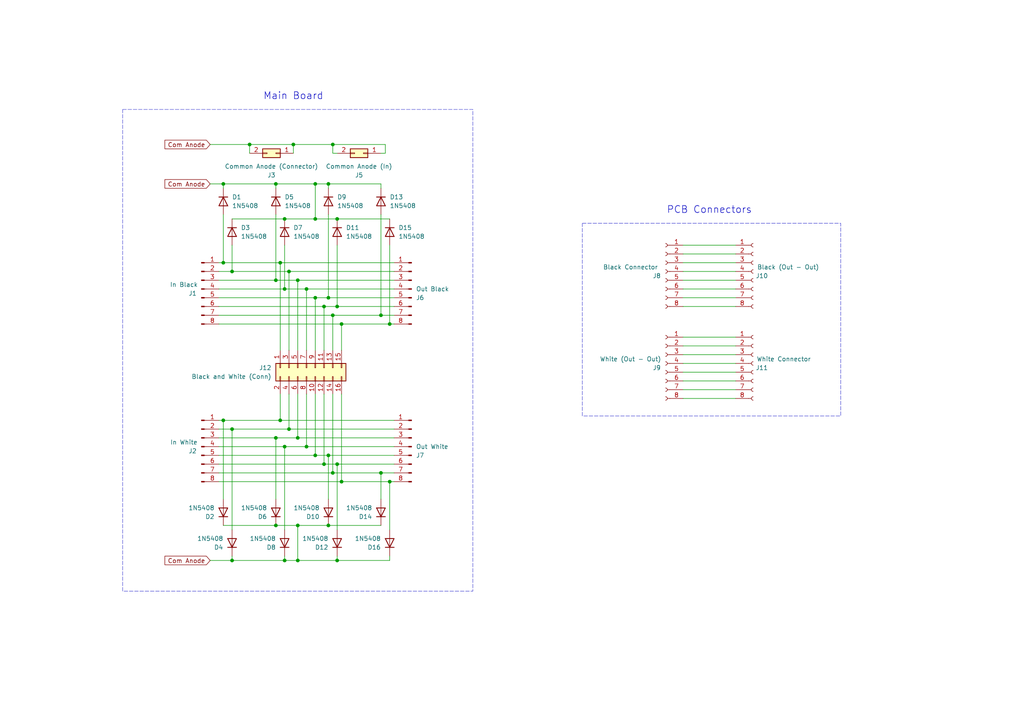
<source format=kicad_sch>
(kicad_sch
	(version 20231120)
	(generator "eeschema")
	(generator_version "8.0")
	(uuid "de6168ac-f810-4ec5-ba3e-ec4e885b612a")
	(paper "A4")
	(title_block
		(title "Mechanical Seven Segment Display Digit Board")
		(date "2024-07-04")
		(rev "1")
		(company "Tin-Foil-Hat")
	)
	(lib_symbols
		(symbol "Connector:Conn_01x08_Pin"
			(pin_names
				(offset 1.016) hide)
			(exclude_from_sim no)
			(in_bom yes)
			(on_board yes)
			(property "Reference" "J"
				(at 0 10.16 0)
				(effects
					(font
						(size 1.27 1.27)
					)
				)
			)
			(property "Value" "Conn_01x08_Pin"
				(at 0 -12.7 0)
				(effects
					(font
						(size 1.27 1.27)
					)
				)
			)
			(property "Footprint" ""
				(at 0 0 0)
				(effects
					(font
						(size 1.27 1.27)
					)
					(hide yes)
				)
			)
			(property "Datasheet" "~"
				(at 0 0 0)
				(effects
					(font
						(size 1.27 1.27)
					)
					(hide yes)
				)
			)
			(property "Description" "Generic connector, single row, 01x08, script generated"
				(at 0 0 0)
				(effects
					(font
						(size 1.27 1.27)
					)
					(hide yes)
				)
			)
			(property "ki_locked" ""
				(at 0 0 0)
				(effects
					(font
						(size 1.27 1.27)
					)
				)
			)
			(property "ki_keywords" "connector"
				(at 0 0 0)
				(effects
					(font
						(size 1.27 1.27)
					)
					(hide yes)
				)
			)
			(property "ki_fp_filters" "Connector*:*_1x??_*"
				(at 0 0 0)
				(effects
					(font
						(size 1.27 1.27)
					)
					(hide yes)
				)
			)
			(symbol "Conn_01x08_Pin_1_1"
				(polyline
					(pts
						(xy 1.27 -10.16) (xy 0.8636 -10.16)
					)
					(stroke
						(width 0.1524)
						(type default)
					)
					(fill
						(type none)
					)
				)
				(polyline
					(pts
						(xy 1.27 -7.62) (xy 0.8636 -7.62)
					)
					(stroke
						(width 0.1524)
						(type default)
					)
					(fill
						(type none)
					)
				)
				(polyline
					(pts
						(xy 1.27 -5.08) (xy 0.8636 -5.08)
					)
					(stroke
						(width 0.1524)
						(type default)
					)
					(fill
						(type none)
					)
				)
				(polyline
					(pts
						(xy 1.27 -2.54) (xy 0.8636 -2.54)
					)
					(stroke
						(width 0.1524)
						(type default)
					)
					(fill
						(type none)
					)
				)
				(polyline
					(pts
						(xy 1.27 0) (xy 0.8636 0)
					)
					(stroke
						(width 0.1524)
						(type default)
					)
					(fill
						(type none)
					)
				)
				(polyline
					(pts
						(xy 1.27 2.54) (xy 0.8636 2.54)
					)
					(stroke
						(width 0.1524)
						(type default)
					)
					(fill
						(type none)
					)
				)
				(polyline
					(pts
						(xy 1.27 5.08) (xy 0.8636 5.08)
					)
					(stroke
						(width 0.1524)
						(type default)
					)
					(fill
						(type none)
					)
				)
				(polyline
					(pts
						(xy 1.27 7.62) (xy 0.8636 7.62)
					)
					(stroke
						(width 0.1524)
						(type default)
					)
					(fill
						(type none)
					)
				)
				(rectangle
					(start 0.8636 -10.033)
					(end 0 -10.287)
					(stroke
						(width 0.1524)
						(type default)
					)
					(fill
						(type outline)
					)
				)
				(rectangle
					(start 0.8636 -7.493)
					(end 0 -7.747)
					(stroke
						(width 0.1524)
						(type default)
					)
					(fill
						(type outline)
					)
				)
				(rectangle
					(start 0.8636 -4.953)
					(end 0 -5.207)
					(stroke
						(width 0.1524)
						(type default)
					)
					(fill
						(type outline)
					)
				)
				(rectangle
					(start 0.8636 -2.413)
					(end 0 -2.667)
					(stroke
						(width 0.1524)
						(type default)
					)
					(fill
						(type outline)
					)
				)
				(rectangle
					(start 0.8636 0.127)
					(end 0 -0.127)
					(stroke
						(width 0.1524)
						(type default)
					)
					(fill
						(type outline)
					)
				)
				(rectangle
					(start 0.8636 2.667)
					(end 0 2.413)
					(stroke
						(width 0.1524)
						(type default)
					)
					(fill
						(type outline)
					)
				)
				(rectangle
					(start 0.8636 5.207)
					(end 0 4.953)
					(stroke
						(width 0.1524)
						(type default)
					)
					(fill
						(type outline)
					)
				)
				(rectangle
					(start 0.8636 7.747)
					(end 0 7.493)
					(stroke
						(width 0.1524)
						(type default)
					)
					(fill
						(type outline)
					)
				)
				(pin passive line
					(at 5.08 7.62 180)
					(length 3.81)
					(name "Pin_1"
						(effects
							(font
								(size 1.27 1.27)
							)
						)
					)
					(number "1"
						(effects
							(font
								(size 1.27 1.27)
							)
						)
					)
				)
				(pin passive line
					(at 5.08 5.08 180)
					(length 3.81)
					(name "Pin_2"
						(effects
							(font
								(size 1.27 1.27)
							)
						)
					)
					(number "2"
						(effects
							(font
								(size 1.27 1.27)
							)
						)
					)
				)
				(pin passive line
					(at 5.08 2.54 180)
					(length 3.81)
					(name "Pin_3"
						(effects
							(font
								(size 1.27 1.27)
							)
						)
					)
					(number "3"
						(effects
							(font
								(size 1.27 1.27)
							)
						)
					)
				)
				(pin passive line
					(at 5.08 0 180)
					(length 3.81)
					(name "Pin_4"
						(effects
							(font
								(size 1.27 1.27)
							)
						)
					)
					(number "4"
						(effects
							(font
								(size 1.27 1.27)
							)
						)
					)
				)
				(pin passive line
					(at 5.08 -2.54 180)
					(length 3.81)
					(name "Pin_5"
						(effects
							(font
								(size 1.27 1.27)
							)
						)
					)
					(number "5"
						(effects
							(font
								(size 1.27 1.27)
							)
						)
					)
				)
				(pin passive line
					(at 5.08 -5.08 180)
					(length 3.81)
					(name "Pin_6"
						(effects
							(font
								(size 1.27 1.27)
							)
						)
					)
					(number "6"
						(effects
							(font
								(size 1.27 1.27)
							)
						)
					)
				)
				(pin passive line
					(at 5.08 -7.62 180)
					(length 3.81)
					(name "Pin_7"
						(effects
							(font
								(size 1.27 1.27)
							)
						)
					)
					(number "7"
						(effects
							(font
								(size 1.27 1.27)
							)
						)
					)
				)
				(pin passive line
					(at 5.08 -10.16 180)
					(length 3.81)
					(name "Pin_8"
						(effects
							(font
								(size 1.27 1.27)
							)
						)
					)
					(number "8"
						(effects
							(font
								(size 1.27 1.27)
							)
						)
					)
				)
			)
		)
		(symbol "Connector:Conn_01x08_Socket"
			(pin_names
				(offset 1.016) hide)
			(exclude_from_sim no)
			(in_bom yes)
			(on_board yes)
			(property "Reference" "J"
				(at 0 10.16 0)
				(effects
					(font
						(size 1.27 1.27)
					)
				)
			)
			(property "Value" "Conn_01x08_Socket"
				(at 0 -12.7 0)
				(effects
					(font
						(size 1.27 1.27)
					)
				)
			)
			(property "Footprint" ""
				(at 0 0 0)
				(effects
					(font
						(size 1.27 1.27)
					)
					(hide yes)
				)
			)
			(property "Datasheet" "~"
				(at 0 0 0)
				(effects
					(font
						(size 1.27 1.27)
					)
					(hide yes)
				)
			)
			(property "Description" "Generic connector, single row, 01x08, script generated"
				(at 0 0 0)
				(effects
					(font
						(size 1.27 1.27)
					)
					(hide yes)
				)
			)
			(property "ki_locked" ""
				(at 0 0 0)
				(effects
					(font
						(size 1.27 1.27)
					)
				)
			)
			(property "ki_keywords" "connector"
				(at 0 0 0)
				(effects
					(font
						(size 1.27 1.27)
					)
					(hide yes)
				)
			)
			(property "ki_fp_filters" "Connector*:*_1x??_*"
				(at 0 0 0)
				(effects
					(font
						(size 1.27 1.27)
					)
					(hide yes)
				)
			)
			(symbol "Conn_01x08_Socket_1_1"
				(arc
					(start 0 -9.652)
					(mid -0.5058 -10.16)
					(end 0 -10.668)
					(stroke
						(width 0.1524)
						(type default)
					)
					(fill
						(type none)
					)
				)
				(arc
					(start 0 -7.112)
					(mid -0.5058 -7.62)
					(end 0 -8.128)
					(stroke
						(width 0.1524)
						(type default)
					)
					(fill
						(type none)
					)
				)
				(arc
					(start 0 -4.572)
					(mid -0.5058 -5.08)
					(end 0 -5.588)
					(stroke
						(width 0.1524)
						(type default)
					)
					(fill
						(type none)
					)
				)
				(arc
					(start 0 -2.032)
					(mid -0.5058 -2.54)
					(end 0 -3.048)
					(stroke
						(width 0.1524)
						(type default)
					)
					(fill
						(type none)
					)
				)
				(polyline
					(pts
						(xy -1.27 -10.16) (xy -0.508 -10.16)
					)
					(stroke
						(width 0.1524)
						(type default)
					)
					(fill
						(type none)
					)
				)
				(polyline
					(pts
						(xy -1.27 -7.62) (xy -0.508 -7.62)
					)
					(stroke
						(width 0.1524)
						(type default)
					)
					(fill
						(type none)
					)
				)
				(polyline
					(pts
						(xy -1.27 -5.08) (xy -0.508 -5.08)
					)
					(stroke
						(width 0.1524)
						(type default)
					)
					(fill
						(type none)
					)
				)
				(polyline
					(pts
						(xy -1.27 -2.54) (xy -0.508 -2.54)
					)
					(stroke
						(width 0.1524)
						(type default)
					)
					(fill
						(type none)
					)
				)
				(polyline
					(pts
						(xy -1.27 0) (xy -0.508 0)
					)
					(stroke
						(width 0.1524)
						(type default)
					)
					(fill
						(type none)
					)
				)
				(polyline
					(pts
						(xy -1.27 2.54) (xy -0.508 2.54)
					)
					(stroke
						(width 0.1524)
						(type default)
					)
					(fill
						(type none)
					)
				)
				(polyline
					(pts
						(xy -1.27 5.08) (xy -0.508 5.08)
					)
					(stroke
						(width 0.1524)
						(type default)
					)
					(fill
						(type none)
					)
				)
				(polyline
					(pts
						(xy -1.27 7.62) (xy -0.508 7.62)
					)
					(stroke
						(width 0.1524)
						(type default)
					)
					(fill
						(type none)
					)
				)
				(arc
					(start 0 0.508)
					(mid -0.5058 0)
					(end 0 -0.508)
					(stroke
						(width 0.1524)
						(type default)
					)
					(fill
						(type none)
					)
				)
				(arc
					(start 0 3.048)
					(mid -0.5058 2.54)
					(end 0 2.032)
					(stroke
						(width 0.1524)
						(type default)
					)
					(fill
						(type none)
					)
				)
				(arc
					(start 0 5.588)
					(mid -0.5058 5.08)
					(end 0 4.572)
					(stroke
						(width 0.1524)
						(type default)
					)
					(fill
						(type none)
					)
				)
				(arc
					(start 0 8.128)
					(mid -0.5058 7.62)
					(end 0 7.112)
					(stroke
						(width 0.1524)
						(type default)
					)
					(fill
						(type none)
					)
				)
				(pin passive line
					(at -5.08 7.62 0)
					(length 3.81)
					(name "Pin_1"
						(effects
							(font
								(size 1.27 1.27)
							)
						)
					)
					(number "1"
						(effects
							(font
								(size 1.27 1.27)
							)
						)
					)
				)
				(pin passive line
					(at -5.08 5.08 0)
					(length 3.81)
					(name "Pin_2"
						(effects
							(font
								(size 1.27 1.27)
							)
						)
					)
					(number "2"
						(effects
							(font
								(size 1.27 1.27)
							)
						)
					)
				)
				(pin passive line
					(at -5.08 2.54 0)
					(length 3.81)
					(name "Pin_3"
						(effects
							(font
								(size 1.27 1.27)
							)
						)
					)
					(number "3"
						(effects
							(font
								(size 1.27 1.27)
							)
						)
					)
				)
				(pin passive line
					(at -5.08 0 0)
					(length 3.81)
					(name "Pin_4"
						(effects
							(font
								(size 1.27 1.27)
							)
						)
					)
					(number "4"
						(effects
							(font
								(size 1.27 1.27)
							)
						)
					)
				)
				(pin passive line
					(at -5.08 -2.54 0)
					(length 3.81)
					(name "Pin_5"
						(effects
							(font
								(size 1.27 1.27)
							)
						)
					)
					(number "5"
						(effects
							(font
								(size 1.27 1.27)
							)
						)
					)
				)
				(pin passive line
					(at -5.08 -5.08 0)
					(length 3.81)
					(name "Pin_6"
						(effects
							(font
								(size 1.27 1.27)
							)
						)
					)
					(number "6"
						(effects
							(font
								(size 1.27 1.27)
							)
						)
					)
				)
				(pin passive line
					(at -5.08 -7.62 0)
					(length 3.81)
					(name "Pin_7"
						(effects
							(font
								(size 1.27 1.27)
							)
						)
					)
					(number "7"
						(effects
							(font
								(size 1.27 1.27)
							)
						)
					)
				)
				(pin passive line
					(at -5.08 -10.16 0)
					(length 3.81)
					(name "Pin_8"
						(effects
							(font
								(size 1.27 1.27)
							)
						)
					)
					(number "8"
						(effects
							(font
								(size 1.27 1.27)
							)
						)
					)
				)
			)
		)
		(symbol "Connector_Generic:Conn_02x01"
			(pin_names
				(offset 1.016) hide)
			(exclude_from_sim no)
			(in_bom yes)
			(on_board yes)
			(property "Reference" "J"
				(at 1.27 2.54 0)
				(effects
					(font
						(size 1.27 1.27)
					)
				)
			)
			(property "Value" "Conn_02x01"
				(at 1.27 -2.54 0)
				(effects
					(font
						(size 1.27 1.27)
					)
				)
			)
			(property "Footprint" ""
				(at 0 0 0)
				(effects
					(font
						(size 1.27 1.27)
					)
					(hide yes)
				)
			)
			(property "Datasheet" "~"
				(at 0 0 0)
				(effects
					(font
						(size 1.27 1.27)
					)
					(hide yes)
				)
			)
			(property "Description" "Generic connector, double row, 02x01, this symbol is compatible with counter-clockwise, top-bottom and odd-even numbering schemes., script generated (kicad-library-utils/schlib/autogen/connector/)"
				(at 0 0 0)
				(effects
					(font
						(size 1.27 1.27)
					)
					(hide yes)
				)
			)
			(property "ki_keywords" "connector"
				(at 0 0 0)
				(effects
					(font
						(size 1.27 1.27)
					)
					(hide yes)
				)
			)
			(property "ki_fp_filters" "Connector*:*_2x??_*"
				(at 0 0 0)
				(effects
					(font
						(size 1.27 1.27)
					)
					(hide yes)
				)
			)
			(symbol "Conn_02x01_1_1"
				(rectangle
					(start -1.27 0.127)
					(end 0 -0.127)
					(stroke
						(width 0.1524)
						(type default)
					)
					(fill
						(type none)
					)
				)
				(rectangle
					(start -1.27 1.27)
					(end 3.81 -1.27)
					(stroke
						(width 0.254)
						(type default)
					)
					(fill
						(type background)
					)
				)
				(rectangle
					(start 3.81 0.127)
					(end 2.54 -0.127)
					(stroke
						(width 0.1524)
						(type default)
					)
					(fill
						(type none)
					)
				)
				(pin passive line
					(at -5.08 0 0)
					(length 3.81)
					(name "Pin_1"
						(effects
							(font
								(size 1.27 1.27)
							)
						)
					)
					(number "1"
						(effects
							(font
								(size 1.27 1.27)
							)
						)
					)
				)
				(pin passive line
					(at 7.62 0 180)
					(length 3.81)
					(name "Pin_2"
						(effects
							(font
								(size 1.27 1.27)
							)
						)
					)
					(number "2"
						(effects
							(font
								(size 1.27 1.27)
							)
						)
					)
				)
			)
		)
		(symbol "Connector_Generic:Conn_02x08_Odd_Even"
			(pin_names
				(offset 1.016) hide)
			(exclude_from_sim no)
			(in_bom yes)
			(on_board yes)
			(property "Reference" "J"
				(at 1.27 10.16 0)
				(effects
					(font
						(size 1.27 1.27)
					)
				)
			)
			(property "Value" "Conn_02x08_Odd_Even"
				(at 1.27 -12.7 0)
				(effects
					(font
						(size 1.27 1.27)
					)
				)
			)
			(property "Footprint" ""
				(at 0 0 0)
				(effects
					(font
						(size 1.27 1.27)
					)
					(hide yes)
				)
			)
			(property "Datasheet" "~"
				(at 0 0 0)
				(effects
					(font
						(size 1.27 1.27)
					)
					(hide yes)
				)
			)
			(property "Description" "Generic connector, double row, 02x08, odd/even pin numbering scheme (row 1 odd numbers, row 2 even numbers), script generated (kicad-library-utils/schlib/autogen/connector/)"
				(at 0 0 0)
				(effects
					(font
						(size 1.27 1.27)
					)
					(hide yes)
				)
			)
			(property "ki_keywords" "connector"
				(at 0 0 0)
				(effects
					(font
						(size 1.27 1.27)
					)
					(hide yes)
				)
			)
			(property "ki_fp_filters" "Connector*:*_2x??_*"
				(at 0 0 0)
				(effects
					(font
						(size 1.27 1.27)
					)
					(hide yes)
				)
			)
			(symbol "Conn_02x08_Odd_Even_1_1"
				(rectangle
					(start -1.27 -10.033)
					(end 0 -10.287)
					(stroke
						(width 0.1524)
						(type default)
					)
					(fill
						(type none)
					)
				)
				(rectangle
					(start -1.27 -7.493)
					(end 0 -7.747)
					(stroke
						(width 0.1524)
						(type default)
					)
					(fill
						(type none)
					)
				)
				(rectangle
					(start -1.27 -4.953)
					(end 0 -5.207)
					(stroke
						(width 0.1524)
						(type default)
					)
					(fill
						(type none)
					)
				)
				(rectangle
					(start -1.27 -2.413)
					(end 0 -2.667)
					(stroke
						(width 0.1524)
						(type default)
					)
					(fill
						(type none)
					)
				)
				(rectangle
					(start -1.27 0.127)
					(end 0 -0.127)
					(stroke
						(width 0.1524)
						(type default)
					)
					(fill
						(type none)
					)
				)
				(rectangle
					(start -1.27 2.667)
					(end 0 2.413)
					(stroke
						(width 0.1524)
						(type default)
					)
					(fill
						(type none)
					)
				)
				(rectangle
					(start -1.27 5.207)
					(end 0 4.953)
					(stroke
						(width 0.1524)
						(type default)
					)
					(fill
						(type none)
					)
				)
				(rectangle
					(start -1.27 7.747)
					(end 0 7.493)
					(stroke
						(width 0.1524)
						(type default)
					)
					(fill
						(type none)
					)
				)
				(rectangle
					(start -1.27 8.89)
					(end 3.81 -11.43)
					(stroke
						(width 0.254)
						(type default)
					)
					(fill
						(type background)
					)
				)
				(rectangle
					(start 3.81 -10.033)
					(end 2.54 -10.287)
					(stroke
						(width 0.1524)
						(type default)
					)
					(fill
						(type none)
					)
				)
				(rectangle
					(start 3.81 -7.493)
					(end 2.54 -7.747)
					(stroke
						(width 0.1524)
						(type default)
					)
					(fill
						(type none)
					)
				)
				(rectangle
					(start 3.81 -4.953)
					(end 2.54 -5.207)
					(stroke
						(width 0.1524)
						(type default)
					)
					(fill
						(type none)
					)
				)
				(rectangle
					(start 3.81 -2.413)
					(end 2.54 -2.667)
					(stroke
						(width 0.1524)
						(type default)
					)
					(fill
						(type none)
					)
				)
				(rectangle
					(start 3.81 0.127)
					(end 2.54 -0.127)
					(stroke
						(width 0.1524)
						(type default)
					)
					(fill
						(type none)
					)
				)
				(rectangle
					(start 3.81 2.667)
					(end 2.54 2.413)
					(stroke
						(width 0.1524)
						(type default)
					)
					(fill
						(type none)
					)
				)
				(rectangle
					(start 3.81 5.207)
					(end 2.54 4.953)
					(stroke
						(width 0.1524)
						(type default)
					)
					(fill
						(type none)
					)
				)
				(rectangle
					(start 3.81 7.747)
					(end 2.54 7.493)
					(stroke
						(width 0.1524)
						(type default)
					)
					(fill
						(type none)
					)
				)
				(pin passive line
					(at -5.08 7.62 0)
					(length 3.81)
					(name "Pin_1"
						(effects
							(font
								(size 1.27 1.27)
							)
						)
					)
					(number "1"
						(effects
							(font
								(size 1.27 1.27)
							)
						)
					)
				)
				(pin passive line
					(at 7.62 -2.54 180)
					(length 3.81)
					(name "Pin_10"
						(effects
							(font
								(size 1.27 1.27)
							)
						)
					)
					(number "10"
						(effects
							(font
								(size 1.27 1.27)
							)
						)
					)
				)
				(pin passive line
					(at -5.08 -5.08 0)
					(length 3.81)
					(name "Pin_11"
						(effects
							(font
								(size 1.27 1.27)
							)
						)
					)
					(number "11"
						(effects
							(font
								(size 1.27 1.27)
							)
						)
					)
				)
				(pin passive line
					(at 7.62 -5.08 180)
					(length 3.81)
					(name "Pin_12"
						(effects
							(font
								(size 1.27 1.27)
							)
						)
					)
					(number "12"
						(effects
							(font
								(size 1.27 1.27)
							)
						)
					)
				)
				(pin passive line
					(at -5.08 -7.62 0)
					(length 3.81)
					(name "Pin_13"
						(effects
							(font
								(size 1.27 1.27)
							)
						)
					)
					(number "13"
						(effects
							(font
								(size 1.27 1.27)
							)
						)
					)
				)
				(pin passive line
					(at 7.62 -7.62 180)
					(length 3.81)
					(name "Pin_14"
						(effects
							(font
								(size 1.27 1.27)
							)
						)
					)
					(number "14"
						(effects
							(font
								(size 1.27 1.27)
							)
						)
					)
				)
				(pin passive line
					(at -5.08 -10.16 0)
					(length 3.81)
					(name "Pin_15"
						(effects
							(font
								(size 1.27 1.27)
							)
						)
					)
					(number "15"
						(effects
							(font
								(size 1.27 1.27)
							)
						)
					)
				)
				(pin passive line
					(at 7.62 -10.16 180)
					(length 3.81)
					(name "Pin_16"
						(effects
							(font
								(size 1.27 1.27)
							)
						)
					)
					(number "16"
						(effects
							(font
								(size 1.27 1.27)
							)
						)
					)
				)
				(pin passive line
					(at 7.62 7.62 180)
					(length 3.81)
					(name "Pin_2"
						(effects
							(font
								(size 1.27 1.27)
							)
						)
					)
					(number "2"
						(effects
							(font
								(size 1.27 1.27)
							)
						)
					)
				)
				(pin passive line
					(at -5.08 5.08 0)
					(length 3.81)
					(name "Pin_3"
						(effects
							(font
								(size 1.27 1.27)
							)
						)
					)
					(number "3"
						(effects
							(font
								(size 1.27 1.27)
							)
						)
					)
				)
				(pin passive line
					(at 7.62 5.08 180)
					(length 3.81)
					(name "Pin_4"
						(effects
							(font
								(size 1.27 1.27)
							)
						)
					)
					(number "4"
						(effects
							(font
								(size 1.27 1.27)
							)
						)
					)
				)
				(pin passive line
					(at -5.08 2.54 0)
					(length 3.81)
					(name "Pin_5"
						(effects
							(font
								(size 1.27 1.27)
							)
						)
					)
					(number "5"
						(effects
							(font
								(size 1.27 1.27)
							)
						)
					)
				)
				(pin passive line
					(at 7.62 2.54 180)
					(length 3.81)
					(name "Pin_6"
						(effects
							(font
								(size 1.27 1.27)
							)
						)
					)
					(number "6"
						(effects
							(font
								(size 1.27 1.27)
							)
						)
					)
				)
				(pin passive line
					(at -5.08 0 0)
					(length 3.81)
					(name "Pin_7"
						(effects
							(font
								(size 1.27 1.27)
							)
						)
					)
					(number "7"
						(effects
							(font
								(size 1.27 1.27)
							)
						)
					)
				)
				(pin passive line
					(at 7.62 0 180)
					(length 3.81)
					(name "Pin_8"
						(effects
							(font
								(size 1.27 1.27)
							)
						)
					)
					(number "8"
						(effects
							(font
								(size 1.27 1.27)
							)
						)
					)
				)
				(pin passive line
					(at -5.08 -2.54 0)
					(length 3.81)
					(name "Pin_9"
						(effects
							(font
								(size 1.27 1.27)
							)
						)
					)
					(number "9"
						(effects
							(font
								(size 1.27 1.27)
							)
						)
					)
				)
			)
		)
		(symbol "Diode:1N5408"
			(pin_numbers hide)
			(pin_names hide)
			(exclude_from_sim no)
			(in_bom yes)
			(on_board yes)
			(property "Reference" "D"
				(at 0 2.54 0)
				(effects
					(font
						(size 1.27 1.27)
					)
				)
			)
			(property "Value" "1N5408"
				(at 0 -2.54 0)
				(effects
					(font
						(size 1.27 1.27)
					)
				)
			)
			(property "Footprint" "Diode_THT:D_DO-201AD_P15.24mm_Horizontal"
				(at 0 -4.445 0)
				(effects
					(font
						(size 1.27 1.27)
					)
					(hide yes)
				)
			)
			(property "Datasheet" "http://www.vishay.com/docs/88516/1n5400.pdf"
				(at 0 0 0)
				(effects
					(font
						(size 1.27 1.27)
					)
					(hide yes)
				)
			)
			(property "Description" "1000V 3A General Purpose Rectifier Diode, DO-201AD"
				(at 0 0 0)
				(effects
					(font
						(size 1.27 1.27)
					)
					(hide yes)
				)
			)
			(property "Sim.Device" "D"
				(at 0 0 0)
				(effects
					(font
						(size 1.27 1.27)
					)
					(hide yes)
				)
			)
			(property "Sim.Pins" "1=K 2=A"
				(at 0 0 0)
				(effects
					(font
						(size 1.27 1.27)
					)
					(hide yes)
				)
			)
			(property "ki_keywords" "diode"
				(at 0 0 0)
				(effects
					(font
						(size 1.27 1.27)
					)
					(hide yes)
				)
			)
			(property "ki_fp_filters" "D*DO?201AD*"
				(at 0 0 0)
				(effects
					(font
						(size 1.27 1.27)
					)
					(hide yes)
				)
			)
			(symbol "1N5408_0_1"
				(polyline
					(pts
						(xy -1.27 1.27) (xy -1.27 -1.27)
					)
					(stroke
						(width 0.254)
						(type default)
					)
					(fill
						(type none)
					)
				)
				(polyline
					(pts
						(xy 1.27 0) (xy -1.27 0)
					)
					(stroke
						(width 0)
						(type default)
					)
					(fill
						(type none)
					)
				)
				(polyline
					(pts
						(xy 1.27 1.27) (xy 1.27 -1.27) (xy -1.27 0) (xy 1.27 1.27)
					)
					(stroke
						(width 0.254)
						(type default)
					)
					(fill
						(type none)
					)
				)
			)
			(symbol "1N5408_1_1"
				(pin passive line
					(at -3.81 0 0)
					(length 2.54)
					(name "K"
						(effects
							(font
								(size 1.27 1.27)
							)
						)
					)
					(number "1"
						(effects
							(font
								(size 1.27 1.27)
							)
						)
					)
				)
				(pin passive line
					(at 3.81 0 180)
					(length 2.54)
					(name "A"
						(effects
							(font
								(size 1.27 1.27)
							)
						)
					)
					(number "2"
						(effects
							(font
								(size 1.27 1.27)
							)
						)
					)
				)
			)
		)
	)
	(junction
		(at 85.09 41.91)
		(diameter 0)
		(color 0 0 0 0)
		(uuid "148c50ab-d9df-40e4-a15a-1c984914d8cb")
	)
	(junction
		(at 93.98 134.62)
		(diameter 0)
		(color 0 0 0 0)
		(uuid "18ee07f2-0a84-49fb-89c8-4c6485827019")
	)
	(junction
		(at 86.36 152.4)
		(diameter 0)
		(color 0 0 0 0)
		(uuid "1cbb73c7-5b05-479e-a9ae-2402f63b5bda")
	)
	(junction
		(at 80.01 81.28)
		(diameter 0)
		(color 0 0 0 0)
		(uuid "1e7f0a81-4294-4bd5-af24-33020c152311")
	)
	(junction
		(at 83.82 124.46)
		(diameter 0)
		(color 0 0 0 0)
		(uuid "25538d39-d436-43f9-88f2-015a4e22e8e9")
	)
	(junction
		(at 82.55 129.54)
		(diameter 0)
		(color 0 0 0 0)
		(uuid "2702030a-3e3c-41e6-aa18-798986ba8ce3")
	)
	(junction
		(at 82.55 63.5)
		(diameter 0)
		(color 0 0 0 0)
		(uuid "30ae22e3-08de-4b11-bc01-a1a7343946fe")
	)
	(junction
		(at 64.77 53.34)
		(diameter 0)
		(color 0 0 0 0)
		(uuid "38f85c5b-aa02-450f-b486-e29648bc4f65")
	)
	(junction
		(at 91.44 63.5)
		(diameter 0)
		(color 0 0 0 0)
		(uuid "459e3adf-eead-4e4f-9643-5beed3ae9e64")
	)
	(junction
		(at 83.82 78.74)
		(diameter 0)
		(color 0 0 0 0)
		(uuid "4e5fa44a-c3ea-49be-94b1-1ad7cccd3b45")
	)
	(junction
		(at 80.01 152.4)
		(diameter 0)
		(color 0 0 0 0)
		(uuid "51dc8f42-94f6-4ba8-802d-8a634f9a942b")
	)
	(junction
		(at 91.44 132.08)
		(diameter 0)
		(color 0 0 0 0)
		(uuid "54c1c8ae-6316-45ee-aebc-597496d7dbef")
	)
	(junction
		(at 72.39 41.91)
		(diameter 0)
		(color 0 0 0 0)
		(uuid "5a464824-5f8d-4c06-a0c6-4e8c5c7eb171")
	)
	(junction
		(at 97.79 63.5)
		(diameter 0)
		(color 0 0 0 0)
		(uuid "5c628577-0bcc-4c30-8207-885051537272")
	)
	(junction
		(at 80.01 127)
		(diameter 0)
		(color 0 0 0 0)
		(uuid "5e8e3f65-0184-4f25-814e-50049f364150")
	)
	(junction
		(at 86.36 127)
		(diameter 0)
		(color 0 0 0 0)
		(uuid "618db453-8028-47d3-ba5a-bafcaafb35ea")
	)
	(junction
		(at 110.49 91.44)
		(diameter 0)
		(color 0 0 0 0)
		(uuid "6a52cdca-0125-4e7f-a996-4433c0a9220e")
	)
	(junction
		(at 110.49 137.16)
		(diameter 0)
		(color 0 0 0 0)
		(uuid "6c0193d9-ca8d-49c3-963a-62dce024acdd")
	)
	(junction
		(at 97.79 162.56)
		(diameter 0)
		(color 0 0 0 0)
		(uuid "73be2aa5-6368-4cba-a304-49fcc3bf1e8b")
	)
	(junction
		(at 96.52 91.44)
		(diameter 0)
		(color 0 0 0 0)
		(uuid "748f9977-ff92-4210-88ec-6294be3fb0bd")
	)
	(junction
		(at 67.31 124.46)
		(diameter 0)
		(color 0 0 0 0)
		(uuid "7d6d6422-166e-4367-be00-f9f56a29fd69")
	)
	(junction
		(at 96.52 41.91)
		(diameter 0)
		(color 0 0 0 0)
		(uuid "7e4311b6-5c99-4c65-b314-80282aa87e42")
	)
	(junction
		(at 80.01 53.34)
		(diameter 0)
		(color 0 0 0 0)
		(uuid "7ecd589f-ec58-4519-aff6-77b458703108")
	)
	(junction
		(at 86.36 162.56)
		(diameter 0)
		(color 0 0 0 0)
		(uuid "8257c92f-0e5f-427e-9630-d34eaf73e627")
	)
	(junction
		(at 91.44 53.34)
		(diameter 0)
		(color 0 0 0 0)
		(uuid "85d61d1c-5094-4dd3-b8eb-69fb392cf53d")
	)
	(junction
		(at 99.06 93.98)
		(diameter 0)
		(color 0 0 0 0)
		(uuid "865d27e6-b9a4-4fa8-b59b-186fc36d3c74")
	)
	(junction
		(at 64.77 76.2)
		(diameter 0)
		(color 0 0 0 0)
		(uuid "873582a5-6b66-4ca3-a559-b3c89bed37b7")
	)
	(junction
		(at 67.31 78.74)
		(diameter 0)
		(color 0 0 0 0)
		(uuid "8aec6a03-0844-4757-8cea-27ee221dfccb")
	)
	(junction
		(at 82.55 162.56)
		(diameter 0)
		(color 0 0 0 0)
		(uuid "8b6b2cbf-d3ff-41a9-a637-fb61ac985b43")
	)
	(junction
		(at 88.9 83.82)
		(diameter 0)
		(color 0 0 0 0)
		(uuid "91226eaa-5dc0-4ccf-8298-cedf49516c75")
	)
	(junction
		(at 97.79 88.9)
		(diameter 0)
		(color 0 0 0 0)
		(uuid "977b1d05-4f83-4754-81d6-df0d2ca55dec")
	)
	(junction
		(at 95.25 86.36)
		(diameter 0)
		(color 0 0 0 0)
		(uuid "9b1af82a-2c11-4170-a0a0-4d58815937d5")
	)
	(junction
		(at 95.25 53.34)
		(diameter 0)
		(color 0 0 0 0)
		(uuid "9fde564f-7aaa-4229-81b7-e85ce166fd7f")
	)
	(junction
		(at 64.77 121.92)
		(diameter 0)
		(color 0 0 0 0)
		(uuid "a48dde60-443a-45b0-84ab-ae80c397f958")
	)
	(junction
		(at 95.25 132.08)
		(diameter 0)
		(color 0 0 0 0)
		(uuid "b9633840-11b1-4807-9708-1b97ba47d026")
	)
	(junction
		(at 67.31 162.56)
		(diameter 0)
		(color 0 0 0 0)
		(uuid "bf670aa3-d9fc-49b1-8bfa-15f4d6e1728a")
	)
	(junction
		(at 86.36 81.28)
		(diameter 0)
		(color 0 0 0 0)
		(uuid "c37b0936-5a34-4845-ba13-53da52d863e4")
	)
	(junction
		(at 96.52 137.16)
		(diameter 0)
		(color 0 0 0 0)
		(uuid "c4824d1a-2512-44cd-9333-46f07ec904c2")
	)
	(junction
		(at 81.28 121.92)
		(diameter 0)
		(color 0 0 0 0)
		(uuid "c767f8c6-41b1-4105-be6e-ae907ffb712a")
	)
	(junction
		(at 91.44 86.36)
		(diameter 0)
		(color 0 0 0 0)
		(uuid "d28dd51d-733c-4d49-9dcf-7f5cd4760209")
	)
	(junction
		(at 99.06 139.7)
		(diameter 0)
		(color 0 0 0 0)
		(uuid "d5bc761e-595c-4547-8981-a0cba50607ff")
	)
	(junction
		(at 93.98 88.9)
		(diameter 0)
		(color 0 0 0 0)
		(uuid "d7ad3eed-7dd9-464d-a661-3c24902e3bf9")
	)
	(junction
		(at 113.03 139.7)
		(diameter 0)
		(color 0 0 0 0)
		(uuid "d7db0151-c5c7-44a1-a963-6b30d4184f4b")
	)
	(junction
		(at 81.28 76.2)
		(diameter 0)
		(color 0 0 0 0)
		(uuid "e1339f4f-d660-4447-809b-c97d6503f631")
	)
	(junction
		(at 88.9 129.54)
		(diameter 0)
		(color 0 0 0 0)
		(uuid "e3a6b174-e790-4e82-a20d-e7c73615bd9b")
	)
	(junction
		(at 95.25 152.4)
		(diameter 0)
		(color 0 0 0 0)
		(uuid "f7cc5f1e-3789-4a39-b23c-ccdd36d3bb36")
	)
	(junction
		(at 97.79 134.62)
		(diameter 0)
		(color 0 0 0 0)
		(uuid "fc8a018f-5ffc-41a3-9eb7-4f6d89623318")
	)
	(junction
		(at 113.03 93.98)
		(diameter 0)
		(color 0 0 0 0)
		(uuid "fd411d42-ec4e-482a-b3cf-957ee4fd1513")
	)
	(junction
		(at 82.55 83.82)
		(diameter 0)
		(color 0 0 0 0)
		(uuid "ffbacfd1-3954-421c-85e3-9ef8ca7c797b")
	)
	(wire
		(pts
			(xy 97.79 134.62) (xy 93.98 134.62)
		)
		(stroke
			(width 0)
			(type default)
		)
		(uuid "064b866d-710b-4b66-bbfe-9d0b42b463c1")
	)
	(wire
		(pts
			(xy 96.52 114.3) (xy 96.52 137.16)
		)
		(stroke
			(width 0)
			(type default)
		)
		(uuid "078027da-25cd-4703-ab27-22ffd1cca1b4")
	)
	(wire
		(pts
			(xy 213.36 115.57) (xy 198.12 115.57)
		)
		(stroke
			(width 0)
			(type default)
		)
		(uuid "0796f0b0-3491-4e40-8ca2-704b13d9db12")
	)
	(wire
		(pts
			(xy 99.06 93.98) (xy 63.5 93.98)
		)
		(stroke
			(width 0)
			(type default)
		)
		(uuid "07cedac1-1701-4219-800c-2865a1aacf43")
	)
	(wire
		(pts
			(xy 64.77 121.92) (xy 63.5 121.92)
		)
		(stroke
			(width 0)
			(type default)
		)
		(uuid "08198169-8924-4afa-98b2-3aac474c9c89")
	)
	(wire
		(pts
			(xy 85.09 41.91) (xy 72.39 41.91)
		)
		(stroke
			(width 0)
			(type default)
		)
		(uuid "0a88624e-0637-4a51-9a06-4f73c3c9ef42")
	)
	(wire
		(pts
			(xy 111.76 44.45) (xy 111.76 41.91)
		)
		(stroke
			(width 0)
			(type default)
		)
		(uuid "0b52e083-1935-4062-821f-2f1124ac921c")
	)
	(wire
		(pts
			(xy 80.01 127) (xy 63.5 127)
		)
		(stroke
			(width 0)
			(type default)
		)
		(uuid "0cd5ad04-85d2-463b-b685-a8dd2472bd67")
	)
	(wire
		(pts
			(xy 114.3 78.74) (xy 83.82 78.74)
		)
		(stroke
			(width 0)
			(type default)
		)
		(uuid "0fd67873-3450-4aad-be82-e6458bf0f754")
	)
	(wire
		(pts
			(xy 86.36 114.3) (xy 86.36 127)
		)
		(stroke
			(width 0)
			(type default)
		)
		(uuid "10dbdedd-dae0-40b7-80ba-9e7ddcf31b68")
	)
	(wire
		(pts
			(xy 93.98 88.9) (xy 63.5 88.9)
		)
		(stroke
			(width 0)
			(type default)
		)
		(uuid "132d7366-c3f6-4b89-85dc-79e8d8bcf99a")
	)
	(wire
		(pts
			(xy 95.25 86.36) (xy 91.44 86.36)
		)
		(stroke
			(width 0)
			(type default)
		)
		(uuid "14253d88-17da-4510-81d2-e223f285dda6")
	)
	(wire
		(pts
			(xy 96.52 91.44) (xy 96.52 101.6)
		)
		(stroke
			(width 0)
			(type default)
		)
		(uuid "143f59dd-d41d-45a1-a538-eebf1becdadd")
	)
	(wire
		(pts
			(xy 86.36 81.28) (xy 86.36 101.6)
		)
		(stroke
			(width 0)
			(type default)
		)
		(uuid "18882c7f-e77b-4307-9b14-8ca7c6c04864")
	)
	(wire
		(pts
			(xy 95.25 144.78) (xy 95.25 132.08)
		)
		(stroke
			(width 0)
			(type default)
		)
		(uuid "1898e914-f6b8-4479-b437-b993448435c4")
	)
	(wire
		(pts
			(xy 67.31 153.67) (xy 67.31 124.46)
		)
		(stroke
			(width 0)
			(type default)
		)
		(uuid "1e4b72e2-c185-4ce1-b8c5-a1117a63c0fe")
	)
	(wire
		(pts
			(xy 64.77 144.78) (xy 64.77 121.92)
		)
		(stroke
			(width 0)
			(type default)
		)
		(uuid "201201fe-6c6b-4c0f-bd1f-33859d4f82a1")
	)
	(wire
		(pts
			(xy 213.36 86.36) (xy 198.12 86.36)
		)
		(stroke
			(width 0)
			(type default)
		)
		(uuid "22429e34-1c79-4c01-8a35-d7a0d6cc5bf7")
	)
	(wire
		(pts
			(xy 110.49 137.16) (xy 96.52 137.16)
		)
		(stroke
			(width 0)
			(type default)
		)
		(uuid "234807a1-0bc8-46b0-98cd-167757aa5812")
	)
	(wire
		(pts
			(xy 83.82 114.3) (xy 83.82 124.46)
		)
		(stroke
			(width 0)
			(type default)
		)
		(uuid "247d711b-8d09-4858-b9bf-b076d73a8ed7")
	)
	(wire
		(pts
			(xy 97.79 153.67) (xy 97.79 134.62)
		)
		(stroke
			(width 0)
			(type default)
		)
		(uuid "2800581f-82a0-4c6b-944f-5894367295a2")
	)
	(wire
		(pts
			(xy 110.49 62.23) (xy 110.49 91.44)
		)
		(stroke
			(width 0)
			(type default)
		)
		(uuid "2d75c09d-37cd-4611-afba-6950dc8e8c12")
	)
	(wire
		(pts
			(xy 82.55 129.54) (xy 63.5 129.54)
		)
		(stroke
			(width 0)
			(type default)
		)
		(uuid "2fb446d4-6fa5-42c6-971b-59adc0376ee9")
	)
	(wire
		(pts
			(xy 80.01 53.34) (xy 80.01 54.61)
		)
		(stroke
			(width 0)
			(type default)
		)
		(uuid "340f0ecb-bd9d-478a-ac3f-c6d9e5303b0f")
	)
	(wire
		(pts
			(xy 96.52 91.44) (xy 63.5 91.44)
		)
		(stroke
			(width 0)
			(type default)
		)
		(uuid "3455e711-dd35-4381-8c49-e56b23eafeb2")
	)
	(wire
		(pts
			(xy 110.49 91.44) (xy 96.52 91.44)
		)
		(stroke
			(width 0)
			(type default)
		)
		(uuid "35c941c5-cc31-4ef2-8c26-0675f96475fb")
	)
	(wire
		(pts
			(xy 97.79 63.5) (xy 113.03 63.5)
		)
		(stroke
			(width 0)
			(type default)
		)
		(uuid "3618eb75-3b2f-4ab6-bf0d-e1ab87e13779")
	)
	(wire
		(pts
			(xy 113.03 93.98) (xy 99.06 93.98)
		)
		(stroke
			(width 0)
			(type default)
		)
		(uuid "3b16cc50-262d-4941-a8ea-f070e054867e")
	)
	(wire
		(pts
			(xy 86.36 127) (xy 80.01 127)
		)
		(stroke
			(width 0)
			(type default)
		)
		(uuid "3cb15e6e-3247-4801-affe-8a9caf0d7895")
	)
	(wire
		(pts
			(xy 67.31 71.12) (xy 67.31 78.74)
		)
		(stroke
			(width 0)
			(type default)
		)
		(uuid "4081916c-b2ba-46b7-a736-2ff496ed4cef")
	)
	(wire
		(pts
			(xy 114.3 121.92) (xy 81.28 121.92)
		)
		(stroke
			(width 0)
			(type default)
		)
		(uuid "43faac59-4d6b-4c2e-a1c6-ef1f36aa0fdc")
	)
	(wire
		(pts
			(xy 114.3 83.82) (xy 88.9 83.82)
		)
		(stroke
			(width 0)
			(type default)
		)
		(uuid "4613cc8c-3f55-4e01-81d6-623202d428b7")
	)
	(wire
		(pts
			(xy 80.01 53.34) (xy 91.44 53.34)
		)
		(stroke
			(width 0)
			(type default)
		)
		(uuid "47352f1a-4766-44ba-bec7-d2c9a0558df4")
	)
	(wire
		(pts
			(xy 67.31 78.74) (xy 63.5 78.74)
		)
		(stroke
			(width 0)
			(type default)
		)
		(uuid "47a84f89-e355-4908-9d58-ba07384cca4a")
	)
	(wire
		(pts
			(xy 113.03 139.7) (xy 99.06 139.7)
		)
		(stroke
			(width 0)
			(type default)
		)
		(uuid "47e0dc4f-25a3-4c3b-a90a-ebf06ae966ea")
	)
	(wire
		(pts
			(xy 67.31 161.29) (xy 67.31 162.56)
		)
		(stroke
			(width 0)
			(type default)
		)
		(uuid "48aaca8a-2e05-4d31-be1f-d8c3210cd16f")
	)
	(wire
		(pts
			(xy 213.36 105.41) (xy 198.12 105.41)
		)
		(stroke
			(width 0)
			(type default)
		)
		(uuid "49a8a901-b363-4f66-8816-2939c4f5742e")
	)
	(wire
		(pts
			(xy 95.25 53.34) (xy 110.49 53.34)
		)
		(stroke
			(width 0)
			(type default)
		)
		(uuid "4ab98b84-3549-44f1-9a10-b0bc6a728c1d")
	)
	(wire
		(pts
			(xy 85.09 44.45) (xy 85.09 41.91)
		)
		(stroke
			(width 0)
			(type default)
		)
		(uuid "4c02a43d-ab44-4aa1-8807-7ccff12b579a")
	)
	(wire
		(pts
			(xy 64.77 76.2) (xy 63.5 76.2)
		)
		(stroke
			(width 0)
			(type default)
		)
		(uuid "4e761d97-2440-4414-888b-8d40044f558c")
	)
	(wire
		(pts
			(xy 81.28 114.3) (xy 81.28 121.92)
		)
		(stroke
			(width 0)
			(type default)
		)
		(uuid "51a031fe-125b-45e9-8f98-3e09ef8fcc40")
	)
	(wire
		(pts
			(xy 82.55 153.67) (xy 82.55 129.54)
		)
		(stroke
			(width 0)
			(type default)
		)
		(uuid "51ff2017-1456-486f-8b5d-ee214b9114b1")
	)
	(wire
		(pts
			(xy 96.52 137.16) (xy 63.5 137.16)
		)
		(stroke
			(width 0)
			(type default)
		)
		(uuid "53f33b3b-d026-4a78-8e8e-04cd906e9534")
	)
	(wire
		(pts
			(xy 86.36 81.28) (xy 80.01 81.28)
		)
		(stroke
			(width 0)
			(type default)
		)
		(uuid "541e2011-2572-4488-aff8-94038ab5734e")
	)
	(wire
		(pts
			(xy 213.36 83.82) (xy 198.12 83.82)
		)
		(stroke
			(width 0)
			(type default)
		)
		(uuid "54b95472-ac7c-464a-abf7-0ee29ef9eb8e")
	)
	(wire
		(pts
			(xy 213.36 73.66) (xy 198.12 73.66)
		)
		(stroke
			(width 0)
			(type default)
		)
		(uuid "558e1a34-fcfb-4fb5-959d-d57fd85cd347")
	)
	(wire
		(pts
			(xy 93.98 114.3) (xy 93.98 134.62)
		)
		(stroke
			(width 0)
			(type default)
		)
		(uuid "5726242d-109b-4ba9-a88f-254d206fd6a6")
	)
	(wire
		(pts
			(xy 97.79 88.9) (xy 93.98 88.9)
		)
		(stroke
			(width 0)
			(type default)
		)
		(uuid "5cbc07a2-8b79-4abe-a87d-f21485031c73")
	)
	(wire
		(pts
			(xy 82.55 71.12) (xy 82.55 83.82)
		)
		(stroke
			(width 0)
			(type default)
		)
		(uuid "5d69528f-e1bb-4c7b-ae7c-5ddde5d8d9a4")
	)
	(wire
		(pts
			(xy 213.36 113.03) (xy 198.12 113.03)
		)
		(stroke
			(width 0)
			(type default)
		)
		(uuid "5eb72d72-4e60-44bb-933a-9003b58c9c94")
	)
	(wire
		(pts
			(xy 114.3 132.08) (xy 95.25 132.08)
		)
		(stroke
			(width 0)
			(type default)
		)
		(uuid "5ef93126-6e29-4fc8-9503-d8bb40b1b13a")
	)
	(wire
		(pts
			(xy 64.77 54.61) (xy 64.77 53.34)
		)
		(stroke
			(width 0)
			(type default)
		)
		(uuid "5fc51833-16f6-47d7-a3b0-f4e04ce8024e")
	)
	(wire
		(pts
			(xy 72.39 41.91) (xy 72.39 44.45)
		)
		(stroke
			(width 0)
			(type default)
		)
		(uuid "606f9ff4-dbc3-440c-bdd4-70c00e2dfa74")
	)
	(wire
		(pts
			(xy 95.25 152.4) (xy 86.36 152.4)
		)
		(stroke
			(width 0)
			(type default)
		)
		(uuid "61cfb9c9-6f41-4d95-93ba-bccb8ed5a2c8")
	)
	(wire
		(pts
			(xy 111.76 41.91) (xy 96.52 41.91)
		)
		(stroke
			(width 0)
			(type default)
		)
		(uuid "63f7f8f2-7988-4e53-9382-a99cecfdf73f")
	)
	(wire
		(pts
			(xy 213.36 110.49) (xy 198.12 110.49)
		)
		(stroke
			(width 0)
			(type default)
		)
		(uuid "660f706b-0267-4850-a5cc-2933910c4ede")
	)
	(wire
		(pts
			(xy 91.44 132.08) (xy 63.5 132.08)
		)
		(stroke
			(width 0)
			(type default)
		)
		(uuid "69e21ce3-cb6d-4f13-8b4f-4ba5f10d2951")
	)
	(wire
		(pts
			(xy 81.28 121.92) (xy 64.77 121.92)
		)
		(stroke
			(width 0)
			(type default)
		)
		(uuid "6a1adb6c-1888-48cb-9588-f9cd679e5bdf")
	)
	(wire
		(pts
			(xy 213.36 71.12) (xy 198.12 71.12)
		)
		(stroke
			(width 0)
			(type default)
		)
		(uuid "6a1d3e9f-906b-40b1-b1ca-f2a899024ddc")
	)
	(wire
		(pts
			(xy 213.36 76.2) (xy 198.12 76.2)
		)
		(stroke
			(width 0)
			(type default)
		)
		(uuid "6a756927-571f-451d-a1f6-615871274781")
	)
	(wire
		(pts
			(xy 95.25 62.23) (xy 95.25 86.36)
		)
		(stroke
			(width 0)
			(type default)
		)
		(uuid "6b5bf393-d555-4d38-939f-942e8fc3b361")
	)
	(wire
		(pts
			(xy 113.03 153.67) (xy 113.03 139.7)
		)
		(stroke
			(width 0)
			(type default)
		)
		(uuid "6c7884a9-4d3f-4e8d-84fd-38f15e05cf44")
	)
	(wire
		(pts
			(xy 114.3 81.28) (xy 86.36 81.28)
		)
		(stroke
			(width 0)
			(type default)
		)
		(uuid "6e8c5447-7e16-4dad-b806-8e4e13c4dd5e")
	)
	(wire
		(pts
			(xy 96.52 44.45) (xy 97.79 44.45)
		)
		(stroke
			(width 0)
			(type default)
		)
		(uuid "6eb03b84-692b-4a07-b670-72b02b6771da")
	)
	(wire
		(pts
			(xy 213.36 88.9) (xy 198.12 88.9)
		)
		(stroke
			(width 0)
			(type default)
		)
		(uuid "7012ed33-3e22-475a-84ab-58bf45e03c3e")
	)
	(wire
		(pts
			(xy 91.44 86.36) (xy 91.44 101.6)
		)
		(stroke
			(width 0)
			(type default)
		)
		(uuid "72333e5e-b101-44ea-b392-a63a60d8d42c")
	)
	(wire
		(pts
			(xy 114.3 127) (xy 86.36 127)
		)
		(stroke
			(width 0)
			(type default)
		)
		(uuid "72a37549-3aae-48df-b062-db1c2934a44d")
	)
	(wire
		(pts
			(xy 114.3 137.16) (xy 110.49 137.16)
		)
		(stroke
			(width 0)
			(type default)
		)
		(uuid "74446d81-b068-43e4-9896-d04c811a2b81")
	)
	(wire
		(pts
			(xy 60.96 162.56) (xy 67.31 162.56)
		)
		(stroke
			(width 0)
			(type default)
		)
		(uuid "7c3ff885-b3a6-4e5a-b917-c2f8d1e36517")
	)
	(wire
		(pts
			(xy 88.9 83.82) (xy 88.9 101.6)
		)
		(stroke
			(width 0)
			(type default)
		)
		(uuid "7c8fb8e8-def2-47d5-8c34-f49b279f419c")
	)
	(wire
		(pts
			(xy 81.28 76.2) (xy 64.77 76.2)
		)
		(stroke
			(width 0)
			(type default)
		)
		(uuid "7fb51d64-ef6d-4a35-a602-2a3b0d89fab9")
	)
	(wire
		(pts
			(xy 91.44 86.36) (xy 63.5 86.36)
		)
		(stroke
			(width 0)
			(type default)
		)
		(uuid "8161d2c1-3100-40e8-9291-29aa5f832775")
	)
	(wire
		(pts
			(xy 82.55 162.56) (xy 67.31 162.56)
		)
		(stroke
			(width 0)
			(type default)
		)
		(uuid "83426f1c-9812-4d92-be7d-2372487448af")
	)
	(wire
		(pts
			(xy 82.55 161.29) (xy 82.55 162.56)
		)
		(stroke
			(width 0)
			(type default)
		)
		(uuid "840c40fa-0bfb-4095-b865-b3862472e22d")
	)
	(wire
		(pts
			(xy 80.01 62.23) (xy 80.01 81.28)
		)
		(stroke
			(width 0)
			(type default)
		)
		(uuid "86529d96-1bf8-488c-a438-c59a4fea4246")
	)
	(wire
		(pts
			(xy 213.36 97.79) (xy 198.12 97.79)
		)
		(stroke
			(width 0)
			(type default)
		)
		(uuid "896ad5dc-6443-4ae8-a5d6-f42f3878a3e2")
	)
	(wire
		(pts
			(xy 81.28 76.2) (xy 114.3 76.2)
		)
		(stroke
			(width 0)
			(type default)
		)
		(uuid "8a8e3479-7a07-410c-aef5-fa17500e8313")
	)
	(wire
		(pts
			(xy 114.3 134.62) (xy 97.79 134.62)
		)
		(stroke
			(width 0)
			(type default)
		)
		(uuid "90300987-b02f-49b1-b549-e9c5a0ce33b5")
	)
	(wire
		(pts
			(xy 99.06 114.3) (xy 99.06 139.7)
		)
		(stroke
			(width 0)
			(type default)
		)
		(uuid "918f6981-9e12-4bd2-a452-586386fdcf69")
	)
	(wire
		(pts
			(xy 95.25 54.61) (xy 95.25 53.34)
		)
		(stroke
			(width 0)
			(type default)
		)
		(uuid "9354e50c-1875-401e-828d-810529876378")
	)
	(wire
		(pts
			(xy 114.3 129.54) (xy 88.9 129.54)
		)
		(stroke
			(width 0)
			(type default)
		)
		(uuid "95251fae-da25-4ead-b735-3ccd08279fb8")
	)
	(wire
		(pts
			(xy 88.9 129.54) (xy 82.55 129.54)
		)
		(stroke
			(width 0)
			(type default)
		)
		(uuid "9a28c942-82c4-431a-91e8-b441cfba5ba1")
	)
	(wire
		(pts
			(xy 93.98 134.62) (xy 63.5 134.62)
		)
		(stroke
			(width 0)
			(type default)
		)
		(uuid "9d98ac19-a57b-4821-8d0a-0ff434d6e7ce")
	)
	(wire
		(pts
			(xy 110.49 144.78) (xy 110.49 137.16)
		)
		(stroke
			(width 0)
			(type default)
		)
		(uuid "9e90ffaa-4030-4280-990c-0cf5776bbeb3")
	)
	(wire
		(pts
			(xy 86.36 152.4) (xy 80.01 152.4)
		)
		(stroke
			(width 0)
			(type default)
		)
		(uuid "a0f93e23-f5d9-41db-ad37-c417f398f099")
	)
	(wire
		(pts
			(xy 81.28 76.2) (xy 81.28 101.6)
		)
		(stroke
			(width 0)
			(type default)
		)
		(uuid "a190799e-fcd0-4c44-ace3-dc3c41c962b1")
	)
	(wire
		(pts
			(xy 114.3 93.98) (xy 113.03 93.98)
		)
		(stroke
			(width 0)
			(type default)
		)
		(uuid "a1a76c95-fdd6-429d-ab10-2a865a2343e0")
	)
	(wire
		(pts
			(xy 67.31 63.5) (xy 82.55 63.5)
		)
		(stroke
			(width 0)
			(type default)
		)
		(uuid "a2a2751f-28d0-4ce2-8a98-4fef8e93f02c")
	)
	(wire
		(pts
			(xy 113.03 71.12) (xy 113.03 93.98)
		)
		(stroke
			(width 0)
			(type default)
		)
		(uuid "a2f98215-a2e4-4ab7-a985-e60b6d22a6be")
	)
	(wire
		(pts
			(xy 80.01 152.4) (xy 64.77 152.4)
		)
		(stroke
			(width 0)
			(type default)
		)
		(uuid "a49a0f9f-19e9-49dc-908a-43ca582150d0")
	)
	(wire
		(pts
			(xy 88.9 114.3) (xy 88.9 129.54)
		)
		(stroke
			(width 0)
			(type default)
		)
		(uuid "a6e70913-6315-4a01-9919-a150d3781e2f")
	)
	(wire
		(pts
			(xy 213.36 102.87) (xy 198.12 102.87)
		)
		(stroke
			(width 0)
			(type default)
		)
		(uuid "a73de329-a154-4541-a4b9-5352b2f73cb0")
	)
	(wire
		(pts
			(xy 82.55 63.5) (xy 91.44 63.5)
		)
		(stroke
			(width 0)
			(type default)
		)
		(uuid "aaf07e5e-d0b6-40b6-8676-454debcaa07a")
	)
	(wire
		(pts
			(xy 91.44 53.34) (xy 95.25 53.34)
		)
		(stroke
			(width 0)
			(type default)
		)
		(uuid "ad5251b5-a624-4c97-992a-a9ee070c56c1")
	)
	(wire
		(pts
			(xy 213.36 78.74) (xy 198.12 78.74)
		)
		(stroke
			(width 0)
			(type default)
		)
		(uuid "ae1b1f1d-e173-4840-b79c-b0271c2ebc82")
	)
	(wire
		(pts
			(xy 93.98 88.9) (xy 93.98 101.6)
		)
		(stroke
			(width 0)
			(type default)
		)
		(uuid "ae440ba2-d44d-43d8-a530-cacb6f29699b")
	)
	(wire
		(pts
			(xy 97.79 162.56) (xy 97.79 161.29)
		)
		(stroke
			(width 0)
			(type default)
		)
		(uuid "af929399-7663-4cdd-a88f-e3fc02e253a5")
	)
	(wire
		(pts
			(xy 96.52 41.91) (xy 85.09 41.91)
		)
		(stroke
			(width 0)
			(type default)
		)
		(uuid "b0c39b99-c64e-4978-9f10-39f6c959fc67")
	)
	(wire
		(pts
			(xy 83.82 78.74) (xy 83.82 101.6)
		)
		(stroke
			(width 0)
			(type default)
		)
		(uuid "b1867254-9e56-40da-ad5c-66fe22acb860")
	)
	(wire
		(pts
			(xy 86.36 162.56) (xy 82.55 162.56)
		)
		(stroke
			(width 0)
			(type default)
		)
		(uuid "b311027e-d202-4b0c-81d0-337bb6f150c6")
	)
	(wire
		(pts
			(xy 64.77 53.34) (xy 80.01 53.34)
		)
		(stroke
			(width 0)
			(type default)
		)
		(uuid "b32a82cd-03f6-4081-9937-77c1908badae")
	)
	(wire
		(pts
			(xy 114.3 88.9) (xy 97.79 88.9)
		)
		(stroke
			(width 0)
			(type default)
		)
		(uuid "b4a90847-9abf-4839-a66a-30d889fcd1db")
	)
	(wire
		(pts
			(xy 110.49 152.4) (xy 95.25 152.4)
		)
		(stroke
			(width 0)
			(type default)
		)
		(uuid "b61e40f7-0049-4901-a9cb-03106ba989fb")
	)
	(wire
		(pts
			(xy 110.49 54.61) (xy 110.49 53.34)
		)
		(stroke
			(width 0)
			(type default)
		)
		(uuid "bab4419c-6bd4-4e5f-9828-6cde8eacd4fa")
	)
	(wire
		(pts
			(xy 99.06 93.98) (xy 99.06 101.6)
		)
		(stroke
			(width 0)
			(type default)
		)
		(uuid "bd73ec67-131d-4f30-a604-6965009b6c3d")
	)
	(wire
		(pts
			(xy 60.96 41.91) (xy 72.39 41.91)
		)
		(stroke
			(width 0)
			(type default)
		)
		(uuid "bef54865-a120-4078-a6ef-8966ac7b8155")
	)
	(wire
		(pts
			(xy 91.44 63.5) (xy 97.79 63.5)
		)
		(stroke
			(width 0)
			(type default)
		)
		(uuid "c0dbb08a-a748-4333-8ed7-5a2c408cf7ac")
	)
	(wire
		(pts
			(xy 64.77 62.23) (xy 64.77 76.2)
		)
		(stroke
			(width 0)
			(type default)
		)
		(uuid "c1100216-bbc3-40d8-ace2-d3dc103484c9")
	)
	(wire
		(pts
			(xy 113.03 161.29) (xy 113.03 162.56)
		)
		(stroke
			(width 0)
			(type default)
		)
		(uuid "c4f09eda-3d17-44d1-85a0-b34b21fd6594")
	)
	(wire
		(pts
			(xy 114.3 86.36) (xy 95.25 86.36)
		)
		(stroke
			(width 0)
			(type default)
		)
		(uuid "c8196fb6-4656-404a-be50-c9dedbc3edb8")
	)
	(wire
		(pts
			(xy 113.03 162.56) (xy 97.79 162.56)
		)
		(stroke
			(width 0)
			(type default)
		)
		(uuid "c9b5bc65-851d-4310-bc7f-3b81486ba7ad")
	)
	(wire
		(pts
			(xy 114.3 139.7) (xy 113.03 139.7)
		)
		(stroke
			(width 0)
			(type default)
		)
		(uuid "d19c4b96-ed13-4e36-80ea-3a682106bfd6")
	)
	(wire
		(pts
			(xy 99.06 139.7) (xy 63.5 139.7)
		)
		(stroke
			(width 0)
			(type default)
		)
		(uuid "d635c2b4-91b1-4b39-941f-89d300b587c0")
	)
	(wire
		(pts
			(xy 95.25 132.08) (xy 91.44 132.08)
		)
		(stroke
			(width 0)
			(type default)
		)
		(uuid "d6a97c2c-0abe-4968-a247-e5495ca0142a")
	)
	(wire
		(pts
			(xy 110.49 44.45) (xy 111.76 44.45)
		)
		(stroke
			(width 0)
			(type default)
		)
		(uuid "d6d6ec81-a332-4402-a528-0083689e2188")
	)
	(wire
		(pts
			(xy 83.82 78.74) (xy 67.31 78.74)
		)
		(stroke
			(width 0)
			(type default)
		)
		(uuid "d73744ed-bee4-4fec-b494-b61519e9f0dd")
	)
	(wire
		(pts
			(xy 88.9 83.82) (xy 82.55 83.82)
		)
		(stroke
			(width 0)
			(type default)
		)
		(uuid "d8375c12-5066-432c-8b8f-29eee094fe25")
	)
	(wire
		(pts
			(xy 67.31 124.46) (xy 63.5 124.46)
		)
		(stroke
			(width 0)
			(type default)
		)
		(uuid "db35444c-84de-4aee-86f4-fb1383ae1175")
	)
	(wire
		(pts
			(xy 91.44 53.34) (xy 91.44 63.5)
		)
		(stroke
			(width 0)
			(type default)
		)
		(uuid "dbf49511-8967-4e83-a9d1-5224c0847a99")
	)
	(wire
		(pts
			(xy 213.36 81.28) (xy 198.12 81.28)
		)
		(stroke
			(width 0)
			(type default)
		)
		(uuid "dde88ef9-461d-4537-b1b8-1076c5148ea6")
	)
	(wire
		(pts
			(xy 80.01 81.28) (xy 63.5 81.28)
		)
		(stroke
			(width 0)
			(type default)
		)
		(uuid "de2b70c3-ff75-4ba5-aef7-1214273f9c2a")
	)
	(wire
		(pts
			(xy 91.44 114.3) (xy 91.44 132.08)
		)
		(stroke
			(width 0)
			(type default)
		)
		(uuid "e33c56ac-6f87-434c-abfc-6ab616a00fce")
	)
	(wire
		(pts
			(xy 83.82 124.46) (xy 67.31 124.46)
		)
		(stroke
			(width 0)
			(type default)
		)
		(uuid "e762863d-bc4c-4a6d-aed6-847e998b9ba6")
	)
	(wire
		(pts
			(xy 213.36 107.95) (xy 198.12 107.95)
		)
		(stroke
			(width 0)
			(type default)
		)
		(uuid "e8fffb77-757a-403e-9603-3739818a547d")
	)
	(wire
		(pts
			(xy 60.96 53.34) (xy 64.77 53.34)
		)
		(stroke
			(width 0)
			(type default)
		)
		(uuid "e960f99d-546e-4de1-a95f-8ec7c0c0eca1")
	)
	(wire
		(pts
			(xy 80.01 144.78) (xy 80.01 127)
		)
		(stroke
			(width 0)
			(type default)
		)
		(uuid "ed63e8b5-31b1-467a-b0f5-1e099876cc5c")
	)
	(wire
		(pts
			(xy 86.36 162.56) (xy 86.36 152.4)
		)
		(stroke
			(width 0)
			(type default)
		)
		(uuid "eec46f74-1336-47e4-a8f4-6b528c509702")
	)
	(wire
		(pts
			(xy 82.55 83.82) (xy 63.5 83.82)
		)
		(stroke
			(width 0)
			(type default)
		)
		(uuid "f4d91a91-9048-4b3f-9384-0c13d9672f5e")
	)
	(wire
		(pts
			(xy 97.79 71.12) (xy 97.79 88.9)
		)
		(stroke
			(width 0)
			(type default)
		)
		(uuid "f7ed96b8-78c1-4141-b001-e40251ecb3ed")
	)
	(wire
		(pts
			(xy 213.36 100.33) (xy 198.12 100.33)
		)
		(stroke
			(width 0)
			(type default)
		)
		(uuid "f943fe1f-ae07-42f4-a433-cc834f639223")
	)
	(wire
		(pts
			(xy 96.52 44.45) (xy 96.52 41.91)
		)
		(stroke
			(width 0)
			(type default)
		)
		(uuid "f9e142bc-a9c5-466b-a415-9b7109eaf2c3")
	)
	(wire
		(pts
			(xy 114.3 124.46) (xy 83.82 124.46)
		)
		(stroke
			(width 0)
			(type default)
		)
		(uuid "fb106c1c-8614-40ed-8322-6ab7bb76fd72")
	)
	(wire
		(pts
			(xy 114.3 91.44) (xy 110.49 91.44)
		)
		(stroke
			(width 0)
			(type default)
		)
		(uuid "fd0faca3-a7d8-466a-bf17-6bb77f52e585")
	)
	(wire
		(pts
			(xy 97.79 162.56) (xy 86.36 162.56)
		)
		(stroke
			(width 0)
			(type default)
		)
		(uuid "ff3d02cf-e013-457e-8cf2-6e85a8d875f5")
	)
	(rectangle
		(start 35.56 31.75)
		(end 137.16 171.45)
		(stroke
			(width 0.1016)
			(type dash)
		)
		(fill
			(type none)
		)
		(uuid 302ed95f-ed69-40ad-99f2-94648eb1bb37)
	)
	(rectangle
		(start 168.91 64.77)
		(end 243.84 120.65)
		(stroke
			(width 0.1016)
			(type dash)
		)
		(fill
			(type none)
		)
		(uuid c85304c3-61a8-4042-bfa0-f7481126c0ac)
	)
	(text "Main Board"
		(exclude_from_sim no)
		(at 85.09 27.94 0)
		(effects
			(font
				(size 2.032 2.032)
			)
		)
		(uuid "2d9a9e01-d984-4605-8b59-6eb38d178351")
	)
	(text "PCB Connectors"
		(exclude_from_sim no)
		(at 205.74 60.96 0)
		(effects
			(font
				(size 2.032 2.032)
			)
		)
		(uuid "37cb5fe0-a375-481d-bd63-f18947c8770e")
	)
	(global_label "Com Anode"
		(shape input)
		(at 60.96 53.34 180)
		(fields_autoplaced yes)
		(effects
			(font
				(size 1.27 1.27)
			)
			(justify right)
		)
		(uuid "2bc24386-2551-4c11-a7e5-75ac3d11bdcf")
		(property "Intersheetrefs" "${INTERSHEET_REFS}"
			(at 47.2707 53.34 0)
			(effects
				(font
					(size 1.27 1.27)
				)
				(justify right)
				(hide yes)
			)
		)
	)
	(global_label "Com Anode"
		(shape input)
		(at 60.96 162.56 180)
		(fields_autoplaced yes)
		(effects
			(font
				(size 1.27 1.27)
			)
			(justify right)
		)
		(uuid "4b54422e-a7b5-4b2b-b9f6-7ee487f1a921")
		(property "Intersheetrefs" "${INTERSHEET_REFS}"
			(at 47.2707 162.56 0)
			(effects
				(font
					(size 1.27 1.27)
				)
				(justify right)
				(hide yes)
			)
		)
	)
	(global_label "Com Anode"
		(shape input)
		(at 60.96 41.91 180)
		(fields_autoplaced yes)
		(effects
			(font
				(size 1.27 1.27)
			)
			(justify right)
		)
		(uuid "8dbf04a0-1adc-4e96-aa3c-a223c35ffad0")
		(property "Intersheetrefs" "${INTERSHEET_REFS}"
			(at 47.2707 41.91 0)
			(effects
				(font
					(size 1.27 1.27)
				)
				(justify right)
				(hide yes)
			)
		)
	)
	(symbol
		(lib_id "Diode:1N5408")
		(at 67.31 157.48 90)
		(unit 1)
		(exclude_from_sim no)
		(in_bom yes)
		(on_board yes)
		(dnp no)
		(uuid "0aa80587-d55b-4242-9959-82daf91741dc")
		(property "Reference" "D4"
			(at 64.77 158.7501 90)
			(effects
				(font
					(size 1.27 1.27)
				)
				(justify left)
			)
		)
		(property "Value" "1N5408"
			(at 64.77 156.2101 90)
			(effects
				(font
					(size 1.27 1.27)
				)
				(justify left)
			)
		)
		(property "Footprint" "Diode_THT:D_DO-201AD_P15.24mm_Horizontal"
			(at 71.755 157.48 0)
			(effects
				(font
					(size 1.27 1.27)
				)
				(hide yes)
			)
		)
		(property "Datasheet" "http://www.vishay.com/docs/88516/1n5400.pdf"
			(at 67.31 157.48 0)
			(effects
				(font
					(size 1.27 1.27)
				)
				(hide yes)
			)
		)
		(property "Description" "1000V 3A General Purpose Rectifier Diode, DO-201AD"
			(at 67.31 157.48 0)
			(effects
				(font
					(size 1.27 1.27)
				)
				(hide yes)
			)
		)
		(property "Sim.Device" "D"
			(at 67.31 157.48 0)
			(effects
				(font
					(size 1.27 1.27)
				)
				(hide yes)
			)
		)
		(property "Sim.Pins" "1=K 2=A"
			(at 67.31 157.48 0)
			(effects
				(font
					(size 1.27 1.27)
				)
				(hide yes)
			)
		)
		(pin "2"
			(uuid "b49324c4-7227-498b-b48c-c824beac3aa2")
		)
		(pin "1"
			(uuid "9bf79277-37e5-4901-a325-b702403123d2")
		)
		(instances
			(project "V2.2 Mechanical Seven Segment Digit"
				(path "/de6168ac-f810-4ec5-ba3e-ec4e885b612a"
					(reference "D4")
					(unit 1)
				)
			)
		)
	)
	(symbol
		(lib_id "Connector:Conn_01x08_Pin")
		(at 58.42 83.82 0)
		(unit 1)
		(exclude_from_sim no)
		(in_bom yes)
		(on_board yes)
		(dnp no)
		(uuid "0b948350-bac1-4ab2-a33e-57affe05ccec")
		(property "Reference" "J1"
			(at 55.88 85.09 0)
			(effects
				(font
					(size 1.27 1.27)
				)
			)
		)
		(property "Value" "In Black"
			(at 53.34 82.55 0)
			(effects
				(font
					(size 1.27 1.27)
				)
			)
		)
		(property "Footprint" "Connector_PinSocket_2.54mm:PinSocket_1x08_P2.54mm_Vertical"
			(at 58.42 83.82 0)
			(effects
				(font
					(size 1.27 1.27)
				)
				(hide yes)
			)
		)
		(property "Datasheet" "~"
			(at 58.42 83.82 0)
			(effects
				(font
					(size 1.27 1.27)
				)
				(hide yes)
			)
		)
		(property "Description" "Generic connector, single row, 01x08, script generated"
			(at 58.42 83.82 0)
			(effects
				(font
					(size 1.27 1.27)
				)
				(hide yes)
			)
		)
		(pin "1"
			(uuid "3b458448-4d5d-4e9b-a091-f4deaa50c621")
		)
		(pin "8"
			(uuid "31094fc9-6dc5-40d3-8d91-53476ef813bb")
		)
		(pin "2"
			(uuid "633545ca-26a9-47f2-8638-afce432999c8")
		)
		(pin "4"
			(uuid "b9ce03e7-6ea1-475c-8cd2-d06ff41812b6")
		)
		(pin "6"
			(uuid "2df454a7-510d-4893-8a5b-a446c1a09c1d")
		)
		(pin "5"
			(uuid "de9b4cf7-e802-41ee-b31c-4d2f3b69ea5a")
		)
		(pin "7"
			(uuid "764183e4-0c8e-4099-b719-8e430fc85510")
		)
		(pin "3"
			(uuid "0b67be6b-bdc4-42ab-b429-ac02cdf50f81")
		)
		(instances
			(project ""
				(path "/de6168ac-f810-4ec5-ba3e-ec4e885b612a"
					(reference "J1")
					(unit 1)
				)
			)
		)
	)
	(symbol
		(lib_id "Diode:1N5408")
		(at 97.79 67.31 270)
		(unit 1)
		(exclude_from_sim no)
		(in_bom yes)
		(on_board yes)
		(dnp no)
		(uuid "12aad665-de19-41d8-90d7-7ecbb32e5c1b")
		(property "Reference" "D11"
			(at 100.33 66.0399 90)
			(effects
				(font
					(size 1.27 1.27)
				)
				(justify left)
			)
		)
		(property "Value" "1N5408"
			(at 100.33 68.5799 90)
			(effects
				(font
					(size 1.27 1.27)
				)
				(justify left)
			)
		)
		(property "Footprint" "Diode_THT:D_DO-201AD_P15.24mm_Horizontal"
			(at 93.345 67.31 0)
			(effects
				(font
					(size 1.27 1.27)
				)
				(hide yes)
			)
		)
		(property "Datasheet" "http://www.vishay.com/docs/88516/1n5400.pdf"
			(at 97.79 67.31 0)
			(effects
				(font
					(size 1.27 1.27)
				)
				(hide yes)
			)
		)
		(property "Description" "1000V 3A General Purpose Rectifier Diode, DO-201AD"
			(at 97.79 67.31 0)
			(effects
				(font
					(size 1.27 1.27)
				)
				(hide yes)
			)
		)
		(property "Sim.Device" "D"
			(at 97.79 67.31 0)
			(effects
				(font
					(size 1.27 1.27)
				)
				(hide yes)
			)
		)
		(property "Sim.Pins" "1=K 2=A"
			(at 97.79 67.31 0)
			(effects
				(font
					(size 1.27 1.27)
				)
				(hide yes)
			)
		)
		(pin "2"
			(uuid "5a3396f1-7d87-4ce2-97cb-b28b0d5b385a")
		)
		(pin "1"
			(uuid "51f8aa72-00c4-487f-a528-ef8924f29b4c")
		)
		(instances
			(project "V2.2 Mechanical Seven Segment Digit"
				(path "/de6168ac-f810-4ec5-ba3e-ec4e885b612a"
					(reference "D11")
					(unit 1)
				)
			)
		)
	)
	(symbol
		(lib_id "Diode:1N5408")
		(at 80.01 148.59 90)
		(unit 1)
		(exclude_from_sim no)
		(in_bom yes)
		(on_board yes)
		(dnp no)
		(uuid "1c2bda20-f76d-474f-9d8b-cbbcd049ffda")
		(property "Reference" "D6"
			(at 77.47 149.8601 90)
			(effects
				(font
					(size 1.27 1.27)
				)
				(justify left)
			)
		)
		(property "Value" "1N5408"
			(at 77.47 147.3201 90)
			(effects
				(font
					(size 1.27 1.27)
				)
				(justify left)
			)
		)
		(property "Footprint" "Diode_THT:D_DO-201AD_P15.24mm_Horizontal"
			(at 84.455 148.59 0)
			(effects
				(font
					(size 1.27 1.27)
				)
				(hide yes)
			)
		)
		(property "Datasheet" "http://www.vishay.com/docs/88516/1n5400.pdf"
			(at 80.01 148.59 0)
			(effects
				(font
					(size 1.27 1.27)
				)
				(hide yes)
			)
		)
		(property "Description" "1000V 3A General Purpose Rectifier Diode, DO-201AD"
			(at 80.01 148.59 0)
			(effects
				(font
					(size 1.27 1.27)
				)
				(hide yes)
			)
		)
		(property "Sim.Device" "D"
			(at 80.01 148.59 0)
			(effects
				(font
					(size 1.27 1.27)
				)
				(hide yes)
			)
		)
		(property "Sim.Pins" "1=K 2=A"
			(at 80.01 148.59 0)
			(effects
				(font
					(size 1.27 1.27)
				)
				(hide yes)
			)
		)
		(pin "2"
			(uuid "d975cc97-c03a-4f47-bb53-9b0447758199")
		)
		(pin "1"
			(uuid "ee3da6af-01b7-4a99-aa68-d080f95d9de0")
		)
		(instances
			(project "V2.2 Mechanical Seven Segment Digit"
				(path "/de6168ac-f810-4ec5-ba3e-ec4e885b612a"
					(reference "D6")
					(unit 1)
				)
			)
		)
	)
	(symbol
		(lib_id "Diode:1N5408")
		(at 95.25 148.59 90)
		(unit 1)
		(exclude_from_sim no)
		(in_bom yes)
		(on_board yes)
		(dnp no)
		(uuid "1d12d80d-3e87-4f5a-a654-cc7fa6a0e64c")
		(property "Reference" "D10"
			(at 92.71 149.8601 90)
			(effects
				(font
					(size 1.27 1.27)
				)
				(justify left)
			)
		)
		(property "Value" "1N5408"
			(at 92.71 147.3201 90)
			(effects
				(font
					(size 1.27 1.27)
				)
				(justify left)
			)
		)
		(property "Footprint" "Diode_THT:D_DO-201AD_P15.24mm_Horizontal"
			(at 99.695 148.59 0)
			(effects
				(font
					(size 1.27 1.27)
				)
				(hide yes)
			)
		)
		(property "Datasheet" "http://www.vishay.com/docs/88516/1n5400.pdf"
			(at 95.25 148.59 0)
			(effects
				(font
					(size 1.27 1.27)
				)
				(hide yes)
			)
		)
		(property "Description" "1000V 3A General Purpose Rectifier Diode, DO-201AD"
			(at 95.25 148.59 0)
			(effects
				(font
					(size 1.27 1.27)
				)
				(hide yes)
			)
		)
		(property "Sim.Device" "D"
			(at 95.25 148.59 0)
			(effects
				(font
					(size 1.27 1.27)
				)
				(hide yes)
			)
		)
		(property "Sim.Pins" "1=K 2=A"
			(at 95.25 148.59 0)
			(effects
				(font
					(size 1.27 1.27)
				)
				(hide yes)
			)
		)
		(pin "2"
			(uuid "38b6ce9e-b547-4390-9f47-775d7f6c01fb")
		)
		(pin "1"
			(uuid "d81bd82b-cc8c-438c-b27f-94e56faa0d79")
		)
		(instances
			(project "V2.2 Mechanical Seven Segment Digit"
				(path "/de6168ac-f810-4ec5-ba3e-ec4e885b612a"
					(reference "D10")
					(unit 1)
				)
			)
		)
	)
	(symbol
		(lib_id "Diode:1N5408")
		(at 110.49 58.42 270)
		(unit 1)
		(exclude_from_sim no)
		(in_bom yes)
		(on_board yes)
		(dnp no)
		(uuid "21a0287d-8fc0-46d2-a808-7cc76be957b5")
		(property "Reference" "D13"
			(at 113.03 57.1499 90)
			(effects
				(font
					(size 1.27 1.27)
				)
				(justify left)
			)
		)
		(property "Value" "1N5408"
			(at 113.03 59.6899 90)
			(effects
				(font
					(size 1.27 1.27)
				)
				(justify left)
			)
		)
		(property "Footprint" "Diode_THT:D_DO-201AD_P15.24mm_Horizontal"
			(at 106.045 58.42 0)
			(effects
				(font
					(size 1.27 1.27)
				)
				(hide yes)
			)
		)
		(property "Datasheet" "http://www.vishay.com/docs/88516/1n5400.pdf"
			(at 110.49 58.42 0)
			(effects
				(font
					(size 1.27 1.27)
				)
				(hide yes)
			)
		)
		(property "Description" "1000V 3A General Purpose Rectifier Diode, DO-201AD"
			(at 110.49 58.42 0)
			(effects
				(font
					(size 1.27 1.27)
				)
				(hide yes)
			)
		)
		(property "Sim.Device" "D"
			(at 110.49 58.42 0)
			(effects
				(font
					(size 1.27 1.27)
				)
				(hide yes)
			)
		)
		(property "Sim.Pins" "1=K 2=A"
			(at 110.49 58.42 0)
			(effects
				(font
					(size 1.27 1.27)
				)
				(hide yes)
			)
		)
		(pin "2"
			(uuid "b99ea531-3c74-4ca5-98b9-7ca035972523")
		)
		(pin "1"
			(uuid "ca86e846-6368-457c-80ed-8245d7991681")
		)
		(instances
			(project "V2.2 Mechanical Seven Segment Digit"
				(path "/de6168ac-f810-4ec5-ba3e-ec4e885b612a"
					(reference "D13")
					(unit 1)
				)
			)
		)
	)
	(symbol
		(lib_id "Diode:1N5408")
		(at 64.77 58.42 270)
		(unit 1)
		(exclude_from_sim no)
		(in_bom yes)
		(on_board yes)
		(dnp no)
		(uuid "4275ed31-00d6-4300-b352-bb67a7ef3eac")
		(property "Reference" "D1"
			(at 67.31 57.1499 90)
			(effects
				(font
					(size 1.27 1.27)
				)
				(justify left)
			)
		)
		(property "Value" "1N5408"
			(at 67.31 59.6899 90)
			(effects
				(font
					(size 1.27 1.27)
				)
				(justify left)
			)
		)
		(property "Footprint" "Diode_THT:D_DO-201AD_P15.24mm_Horizontal"
			(at 60.325 58.42 0)
			(effects
				(font
					(size 1.27 1.27)
				)
				(hide yes)
			)
		)
		(property "Datasheet" "http://www.vishay.com/docs/88516/1n5400.pdf"
			(at 64.77 58.42 0)
			(effects
				(font
					(size 1.27 1.27)
				)
				(hide yes)
			)
		)
		(property "Description" "1000V 3A General Purpose Rectifier Diode, DO-201AD"
			(at 64.77 58.42 0)
			(effects
				(font
					(size 1.27 1.27)
				)
				(hide yes)
			)
		)
		(property "Sim.Device" "D"
			(at 64.77 58.42 0)
			(effects
				(font
					(size 1.27 1.27)
				)
				(hide yes)
			)
		)
		(property "Sim.Pins" "1=K 2=A"
			(at 64.77 58.42 0)
			(effects
				(font
					(size 1.27 1.27)
				)
				(hide yes)
			)
		)
		(pin "2"
			(uuid "9f99c12d-0ad9-4fd7-b778-1066c025175c")
		)
		(pin "1"
			(uuid "95dc719e-a5e3-478d-b9f0-7561b2358df9")
		)
		(instances
			(project ""
				(path "/de6168ac-f810-4ec5-ba3e-ec4e885b612a"
					(reference "D1")
					(unit 1)
				)
			)
		)
	)
	(symbol
		(lib_id "Connector:Conn_01x08_Socket")
		(at 218.44 105.41 0)
		(unit 1)
		(exclude_from_sim no)
		(in_bom yes)
		(on_board yes)
		(dnp no)
		(uuid "4cfe18e4-6c92-41af-887c-55a3c67ec9ff")
		(property "Reference" "J11"
			(at 220.98 106.68 0)
			(effects
				(font
					(size 1.27 1.27)
				)
			)
		)
		(property "Value" "White Connector"
			(at 227.33 104.14 0)
			(effects
				(font
					(size 1.27 1.27)
				)
			)
		)
		(property "Footprint" "Connector_PinSocket_2.54mm:PinSocket_1x08_P2.54mm_Vertical"
			(at 218.44 105.41 0)
			(effects
				(font
					(size 1.27 1.27)
				)
				(hide yes)
			)
		)
		(property "Datasheet" "~"
			(at 218.44 105.41 0)
			(effects
				(font
					(size 1.27 1.27)
				)
				(hide yes)
			)
		)
		(property "Description" "Generic connector, single row, 01x08, script generated"
			(at 218.44 105.41 0)
			(effects
				(font
					(size 1.27 1.27)
				)
				(hide yes)
			)
		)
		(pin "4"
			(uuid "85aae66d-cd34-4628-aa16-989485682cb1")
		)
		(pin "1"
			(uuid "11cddfd3-c36b-49ea-921c-a094bc471e26")
		)
		(pin "7"
			(uuid "049387eb-9ded-4547-a3d2-c5fe9700c2a6")
		)
		(pin "8"
			(uuid "ad1d9fc1-7e51-43c7-b75c-28f3bf075d8a")
		)
		(pin "5"
			(uuid "2943ec4e-6bd7-441a-ad4f-daca0cf272e2")
		)
		(pin "6"
			(uuid "94fc48f9-5d17-4f47-9232-b27ca31f6d89")
		)
		(pin "2"
			(uuid "c952eb90-c335-4331-952f-99e7ece2ce60")
		)
		(pin "3"
			(uuid "dda70ec7-7156-4a6c-b58c-61124b0f523f")
		)
		(instances
			(project "V2.2 Mechanical Seven Segment Digit"
				(path "/de6168ac-f810-4ec5-ba3e-ec4e885b612a"
					(reference "J11")
					(unit 1)
				)
			)
		)
	)
	(symbol
		(lib_id "Diode:1N5408")
		(at 113.03 157.48 90)
		(unit 1)
		(exclude_from_sim no)
		(in_bom yes)
		(on_board yes)
		(dnp no)
		(uuid "597d5ee0-76fb-46b9-a84e-fd9815fc49bf")
		(property "Reference" "D16"
			(at 110.49 158.7501 90)
			(effects
				(font
					(size 1.27 1.27)
				)
				(justify left)
			)
		)
		(property "Value" "1N5408"
			(at 110.49 156.2101 90)
			(effects
				(font
					(size 1.27 1.27)
				)
				(justify left)
			)
		)
		(property "Footprint" "Diode_THT:D_DO-201AD_P15.24mm_Horizontal"
			(at 117.475 157.48 0)
			(effects
				(font
					(size 1.27 1.27)
				)
				(hide yes)
			)
		)
		(property "Datasheet" "http://www.vishay.com/docs/88516/1n5400.pdf"
			(at 113.03 157.48 0)
			(effects
				(font
					(size 1.27 1.27)
				)
				(hide yes)
			)
		)
		(property "Description" "1000V 3A General Purpose Rectifier Diode, DO-201AD"
			(at 113.03 157.48 0)
			(effects
				(font
					(size 1.27 1.27)
				)
				(hide yes)
			)
		)
		(property "Sim.Device" "D"
			(at 113.03 157.48 0)
			(effects
				(font
					(size 1.27 1.27)
				)
				(hide yes)
			)
		)
		(property "Sim.Pins" "1=K 2=A"
			(at 113.03 157.48 0)
			(effects
				(font
					(size 1.27 1.27)
				)
				(hide yes)
			)
		)
		(pin "2"
			(uuid "325afb27-1f81-4901-b39f-9f16687a2c20")
		)
		(pin "1"
			(uuid "3c42b783-50f7-44b0-a87e-e28ab2f9fc05")
		)
		(instances
			(project "V2.2 Mechanical Seven Segment Digit"
				(path "/de6168ac-f810-4ec5-ba3e-ec4e885b612a"
					(reference "D16")
					(unit 1)
				)
			)
		)
	)
	(symbol
		(lib_id "Diode:1N5408")
		(at 67.31 67.31 270)
		(unit 1)
		(exclude_from_sim no)
		(in_bom yes)
		(on_board yes)
		(dnp no)
		(uuid "61139d9a-a3b8-487c-ba55-a8fc99660391")
		(property "Reference" "D3"
			(at 69.85 66.0399 90)
			(effects
				(font
					(size 1.27 1.27)
				)
				(justify left)
			)
		)
		(property "Value" "1N5408"
			(at 69.85 68.5799 90)
			(effects
				(font
					(size 1.27 1.27)
				)
				(justify left)
			)
		)
		(property "Footprint" "Diode_THT:D_DO-201AD_P15.24mm_Horizontal"
			(at 62.865 67.31 0)
			(effects
				(font
					(size 1.27 1.27)
				)
				(hide yes)
			)
		)
		(property "Datasheet" "http://www.vishay.com/docs/88516/1n5400.pdf"
			(at 67.31 67.31 0)
			(effects
				(font
					(size 1.27 1.27)
				)
				(hide yes)
			)
		)
		(property "Description" "1000V 3A General Purpose Rectifier Diode, DO-201AD"
			(at 67.31 67.31 0)
			(effects
				(font
					(size 1.27 1.27)
				)
				(hide yes)
			)
		)
		(property "Sim.Device" "D"
			(at 67.31 67.31 0)
			(effects
				(font
					(size 1.27 1.27)
				)
				(hide yes)
			)
		)
		(property "Sim.Pins" "1=K 2=A"
			(at 67.31 67.31 0)
			(effects
				(font
					(size 1.27 1.27)
				)
				(hide yes)
			)
		)
		(pin "2"
			(uuid "44f65dfc-ee9e-44b4-8a20-e7b016035fb8")
		)
		(pin "1"
			(uuid "8f9f5327-e0e6-4ba2-97b3-62a33323323d")
		)
		(instances
			(project "V2.2 Mechanical Seven Segment Digit"
				(path "/de6168ac-f810-4ec5-ba3e-ec4e885b612a"
					(reference "D3")
					(unit 1)
				)
			)
		)
	)
	(symbol
		(lib_id "Connector:Conn_01x08_Pin")
		(at 119.38 83.82 0)
		(mirror y)
		(unit 1)
		(exclude_from_sim no)
		(in_bom yes)
		(on_board yes)
		(dnp no)
		(uuid "6997eb74-20d4-43b7-89aa-5da154cc7fc5")
		(property "Reference" "J6"
			(at 120.65 86.3601 0)
			(effects
				(font
					(size 1.27 1.27)
				)
				(justify right)
			)
		)
		(property "Value" "Out Black"
			(at 120.65 83.8201 0)
			(effects
				(font
					(size 1.27 1.27)
				)
				(justify right)
			)
		)
		(property "Footprint" "Connector_PinSocket_2.54mm:PinSocket_1x08_P2.54mm_Vertical"
			(at 119.38 83.82 0)
			(effects
				(font
					(size 1.27 1.27)
				)
				(hide yes)
			)
		)
		(property "Datasheet" "~"
			(at 119.38 83.82 0)
			(effects
				(font
					(size 1.27 1.27)
				)
				(hide yes)
			)
		)
		(property "Description" "Generic connector, single row, 01x08, script generated"
			(at 119.38 83.82 0)
			(effects
				(font
					(size 1.27 1.27)
				)
				(hide yes)
			)
		)
		(pin "1"
			(uuid "60442cdb-a70e-4f0e-85f7-a655264bcfe2")
		)
		(pin "8"
			(uuid "d1080525-2f39-42b4-9a2f-ea5a30e1186a")
		)
		(pin "2"
			(uuid "3613cc78-7fc2-49ac-989a-85bd5b6c2a05")
		)
		(pin "4"
			(uuid "0425079d-9193-4759-863b-8b07b6c2977f")
		)
		(pin "6"
			(uuid "8cf31c19-52ca-4d6e-83e9-160196f5c44e")
		)
		(pin "5"
			(uuid "3f396487-61a0-43b2-8980-7bfe4414f81a")
		)
		(pin "7"
			(uuid "7de37417-9ad9-4d61-a192-ef37038f3ca7")
		)
		(pin "3"
			(uuid "cb5557bd-a1ff-40d8-84e7-856b3a77a07b")
		)
		(instances
			(project "V2.2 Mechanical Seven Segment Digit"
				(path "/de6168ac-f810-4ec5-ba3e-ec4e885b612a"
					(reference "J6")
					(unit 1)
				)
			)
		)
	)
	(symbol
		(lib_id "Connector_Generic:Conn_02x08_Odd_Even")
		(at 88.9 106.68 90)
		(mirror x)
		(unit 1)
		(exclude_from_sim no)
		(in_bom yes)
		(on_board yes)
		(dnp no)
		(fields_autoplaced yes)
		(uuid "927e4cc7-9f55-4586-b9cb-60ac09ef78a8")
		(property "Reference" "J12"
			(at 78.74 106.6799 90)
			(effects
				(font
					(size 1.27 1.27)
				)
				(justify left)
			)
		)
		(property "Value" "Black and White (Conn)"
			(at 78.74 109.2199 90)
			(effects
				(font
					(size 1.27 1.27)
				)
				(justify left)
			)
		)
		(property "Footprint" "Connector_PinSocket_2.54mm:PinSocket_2x08_P2.54mm_Vertical"
			(at 88.9 106.68 0)
			(effects
				(font
					(size 1.27 1.27)
				)
				(hide yes)
			)
		)
		(property "Datasheet" "~"
			(at 88.9 106.68 0)
			(effects
				(font
					(size 1.27 1.27)
				)
				(hide yes)
			)
		)
		(property "Description" "Generic connector, double row, 02x08, odd/even pin numbering scheme (row 1 odd numbers, row 2 even numbers), script generated (kicad-library-utils/schlib/autogen/connector/)"
			(at 88.9 106.68 0)
			(effects
				(font
					(size 1.27 1.27)
				)
				(hide yes)
			)
		)
		(pin "3"
			(uuid "6bba55cd-2b4c-43b9-8610-84718bdd3099")
		)
		(pin "9"
			(uuid "5506fc65-aec9-4ab0-a89a-8051f62d231c")
		)
		(pin "8"
			(uuid "a6cb1404-3be8-4ac7-93cb-5a1045053e83")
		)
		(pin "1"
			(uuid "284b8983-8829-4306-a5c6-45c46c99aff3")
		)
		(pin "5"
			(uuid "e5c38dbc-9e07-4ecb-90ab-d43e0ab13283")
		)
		(pin "15"
			(uuid "a7b1289a-258e-4258-af5d-028e3508f100")
		)
		(pin "7"
			(uuid "2523e905-500b-4b2d-8622-5e3f442cb001")
		)
		(pin "2"
			(uuid "6a536499-4c5c-476c-b79f-de8da0b2dc03")
		)
		(pin "6"
			(uuid "45e7c1ca-da0f-4559-a054-f9b6fb6e634e")
		)
		(pin "13"
			(uuid "863dae64-8a2f-48eb-bcf9-d47c71350ddb")
		)
		(pin "10"
			(uuid "f77c5c63-ae28-433e-81e0-76c20c0783f3")
		)
		(pin "12"
			(uuid "f9a6485b-18ef-421b-b568-8738e9a95fb3")
		)
		(pin "14"
			(uuid "2c689b5c-0e00-46a3-8f7a-5d965a704d9c")
		)
		(pin "11"
			(uuid "ae8e3895-9662-4385-a7cd-47e23c0cd9c0")
		)
		(pin "16"
			(uuid "6b70f1e1-5922-4352-9a02-d04748f34db1")
		)
		(pin "4"
			(uuid "de0faee6-66d2-41fa-955f-6946e4c53bcf")
		)
		(instances
			(project ""
				(path "/de6168ac-f810-4ec5-ba3e-ec4e885b612a"
					(reference "J12")
					(unit 1)
				)
			)
		)
	)
	(symbol
		(lib_id "Diode:1N5408")
		(at 82.55 67.31 270)
		(unit 1)
		(exclude_from_sim no)
		(in_bom yes)
		(on_board yes)
		(dnp no)
		(uuid "9895e513-442c-4eb9-b3f2-9dbaf466ddf0")
		(property "Reference" "D7"
			(at 85.09 66.0399 90)
			(effects
				(font
					(size 1.27 1.27)
				)
				(justify left)
			)
		)
		(property "Value" "1N5408"
			(at 85.09 68.5799 90)
			(effects
				(font
					(size 1.27 1.27)
				)
				(justify left)
			)
		)
		(property "Footprint" "Diode_THT:D_DO-201AD_P15.24mm_Horizontal"
			(at 78.105 67.31 0)
			(effects
				(font
					(size 1.27 1.27)
				)
				(hide yes)
			)
		)
		(property "Datasheet" "http://www.vishay.com/docs/88516/1n5400.pdf"
			(at 82.55 67.31 0)
			(effects
				(font
					(size 1.27 1.27)
				)
				(hide yes)
			)
		)
		(property "Description" "1000V 3A General Purpose Rectifier Diode, DO-201AD"
			(at 82.55 67.31 0)
			(effects
				(font
					(size 1.27 1.27)
				)
				(hide yes)
			)
		)
		(property "Sim.Device" "D"
			(at 82.55 67.31 0)
			(effects
				(font
					(size 1.27 1.27)
				)
				(hide yes)
			)
		)
		(property "Sim.Pins" "1=K 2=A"
			(at 82.55 67.31 0)
			(effects
				(font
					(size 1.27 1.27)
				)
				(hide yes)
			)
		)
		(pin "2"
			(uuid "6fad2c88-2383-4fd2-930d-83afca67ff1f")
		)
		(pin "1"
			(uuid "75e4431a-c22f-4517-ac67-254e8da8bd8c")
		)
		(instances
			(project "V2.2 Mechanical Seven Segment Digit"
				(path "/de6168ac-f810-4ec5-ba3e-ec4e885b612a"
					(reference "D7")
					(unit 1)
				)
			)
		)
	)
	(symbol
		(lib_id "Diode:1N5408")
		(at 95.25 58.42 270)
		(unit 1)
		(exclude_from_sim no)
		(in_bom yes)
		(on_board yes)
		(dnp no)
		(uuid "a008eb86-004e-4524-9500-c776c3c195d3")
		(property "Reference" "D9"
			(at 97.79 57.1499 90)
			(effects
				(font
					(size 1.27 1.27)
				)
				(justify left)
			)
		)
		(property "Value" "1N5408"
			(at 97.79 59.6899 90)
			(effects
				(font
					(size 1.27 1.27)
				)
				(justify left)
			)
		)
		(property "Footprint" "Diode_THT:D_DO-201AD_P15.24mm_Horizontal"
			(at 90.805 58.42 0)
			(effects
				(font
					(size 1.27 1.27)
				)
				(hide yes)
			)
		)
		(property "Datasheet" "http://www.vishay.com/docs/88516/1n5400.pdf"
			(at 95.25 58.42 0)
			(effects
				(font
					(size 1.27 1.27)
				)
				(hide yes)
			)
		)
		(property "Description" "1000V 3A General Purpose Rectifier Diode, DO-201AD"
			(at 95.25 58.42 0)
			(effects
				(font
					(size 1.27 1.27)
				)
				(hide yes)
			)
		)
		(property "Sim.Device" "D"
			(at 95.25 58.42 0)
			(effects
				(font
					(size 1.27 1.27)
				)
				(hide yes)
			)
		)
		(property "Sim.Pins" "1=K 2=A"
			(at 95.25 58.42 0)
			(effects
				(font
					(size 1.27 1.27)
				)
				(hide yes)
			)
		)
		(pin "2"
			(uuid "eaaa972a-58dc-4e3f-8ee0-06da20e77f37")
		)
		(pin "1"
			(uuid "5b99cc8f-404a-4142-b50a-aac5e1033c5e")
		)
		(instances
			(project "V2.2 Mechanical Seven Segment Digit"
				(path "/de6168ac-f810-4ec5-ba3e-ec4e885b612a"
					(reference "D9")
					(unit 1)
				)
			)
		)
	)
	(symbol
		(lib_id "Connector_Generic:Conn_02x01")
		(at 105.41 44.45 0)
		(mirror y)
		(unit 1)
		(exclude_from_sim no)
		(in_bom yes)
		(on_board yes)
		(dnp no)
		(uuid "b31b575b-85cc-4670-a903-65c430e46477")
		(property "Reference" "J5"
			(at 104.14 50.8 0)
			(effects
				(font
					(size 1.27 1.27)
				)
			)
		)
		(property "Value" "Common Anode (In)"
			(at 104.14 48.26 0)
			(effects
				(font
					(size 1.27 1.27)
				)
			)
		)
		(property "Footprint" "Connector_PinSocket_2.54mm:PinSocket_2x01_P2.54mm_Vertical"
			(at 105.41 44.45 0)
			(effects
				(font
					(size 1.27 1.27)
				)
				(hide yes)
			)
		)
		(property "Datasheet" "~"
			(at 105.41 44.45 0)
			(effects
				(font
					(size 1.27 1.27)
				)
				(hide yes)
			)
		)
		(property "Description" "Generic connector, double row, 02x01, this symbol is compatible with counter-clockwise, top-bottom and odd-even numbering schemes., script generated (kicad-library-utils/schlib/autogen/connector/)"
			(at 105.41 44.45 0)
			(effects
				(font
					(size 1.27 1.27)
				)
				(hide yes)
			)
		)
		(pin "2"
			(uuid "9e3688b8-8bea-433a-a1a7-ba8582214e9f")
		)
		(pin "1"
			(uuid "edeb2017-1a41-4828-8ba4-d92a621caf23")
		)
		(instances
			(project "V2.2 Mechanical Seven Segment Digit"
				(path "/de6168ac-f810-4ec5-ba3e-ec4e885b612a"
					(reference "J5")
					(unit 1)
				)
			)
		)
	)
	(symbol
		(lib_id "Connector:Conn_01x08_Socket")
		(at 218.44 78.74 0)
		(unit 1)
		(exclude_from_sim no)
		(in_bom yes)
		(on_board yes)
		(dnp no)
		(uuid "c9dea07e-eacb-4978-aaf7-c0998560b1b0")
		(property "Reference" "J10"
			(at 220.98 80.01 0)
			(effects
				(font
					(size 1.27 1.27)
				)
			)
		)
		(property "Value" "Black (Out - Out)"
			(at 228.6 77.47 0)
			(effects
				(font
					(size 1.27 1.27)
				)
			)
		)
		(property "Footprint" "Connector_PinSocket_2.54mm:PinSocket_1x08_P2.54mm_Vertical"
			(at 218.44 78.74 0)
			(effects
				(font
					(size 1.27 1.27)
				)
				(hide yes)
			)
		)
		(property "Datasheet" "~"
			(at 218.44 78.74 0)
			(effects
				(font
					(size 1.27 1.27)
				)
				(hide yes)
			)
		)
		(property "Description" "Generic connector, single row, 01x08, script generated"
			(at 218.44 78.74 0)
			(effects
				(font
					(size 1.27 1.27)
				)
				(hide yes)
			)
		)
		(pin "4"
			(uuid "7576e294-44ff-4fff-81c1-53f68fbf5109")
		)
		(pin "1"
			(uuid "5fe4c673-a81e-468d-ab88-53c898f18d2d")
		)
		(pin "7"
			(uuid "bdc1831b-0ba0-4d1a-9b24-6a21c63eee5f")
		)
		(pin "8"
			(uuid "4e487f15-bab0-4b97-885e-8e722fe24f05")
		)
		(pin "5"
			(uuid "02997bed-33cf-4462-84e8-74db57957052")
		)
		(pin "6"
			(uuid "a2ccf869-ff3d-4cd9-a9c2-b1276b089252")
		)
		(pin "2"
			(uuid "18a58e00-fc53-479f-b5a7-fa4d00815c80")
		)
		(pin "3"
			(uuid "b03491db-2df0-423f-b34e-c0c4bcd249e5")
		)
		(instances
			(project "V2.2 Mechanical Seven Segment Digit"
				(path "/de6168ac-f810-4ec5-ba3e-ec4e885b612a"
					(reference "J10")
					(unit 1)
				)
			)
		)
	)
	(symbol
		(lib_id "Diode:1N5408")
		(at 82.55 157.48 90)
		(unit 1)
		(exclude_from_sim no)
		(in_bom yes)
		(on_board yes)
		(dnp no)
		(uuid "cb1e485c-f0ed-4cf3-88a1-20c7aba50e83")
		(property "Reference" "D8"
			(at 80.01 158.7501 90)
			(effects
				(font
					(size 1.27 1.27)
				)
				(justify left)
			)
		)
		(property "Value" "1N5408"
			(at 80.01 156.2101 90)
			(effects
				(font
					(size 1.27 1.27)
				)
				(justify left)
			)
		)
		(property "Footprint" "Diode_THT:D_DO-201AD_P15.24mm_Horizontal"
			(at 86.995 157.48 0)
			(effects
				(font
					(size 1.27 1.27)
				)
				(hide yes)
			)
		)
		(property "Datasheet" "http://www.vishay.com/docs/88516/1n5400.pdf"
			(at 82.55 157.48 0)
			(effects
				(font
					(size 1.27 1.27)
				)
				(hide yes)
			)
		)
		(property "Description" "1000V 3A General Purpose Rectifier Diode, DO-201AD"
			(at 82.55 157.48 0)
			(effects
				(font
					(size 1.27 1.27)
				)
				(hide yes)
			)
		)
		(property "Sim.Device" "D"
			(at 82.55 157.48 0)
			(effects
				(font
					(size 1.27 1.27)
				)
				(hide yes)
			)
		)
		(property "Sim.Pins" "1=K 2=A"
			(at 82.55 157.48 0)
			(effects
				(font
					(size 1.27 1.27)
				)
				(hide yes)
			)
		)
		(pin "2"
			(uuid "347ff35b-8e35-4890-9d2e-e0c4b3beda8b")
		)
		(pin "1"
			(uuid "fd35d292-c1af-498c-b41e-e1796dc8a2c2")
		)
		(instances
			(project "V2.2 Mechanical Seven Segment Digit"
				(path "/de6168ac-f810-4ec5-ba3e-ec4e885b612a"
					(reference "D8")
					(unit 1)
				)
			)
		)
	)
	(symbol
		(lib_id "Connector:Conn_01x08_Socket")
		(at 193.04 78.74 0)
		(mirror y)
		(unit 1)
		(exclude_from_sim no)
		(in_bom yes)
		(on_board yes)
		(dnp no)
		(uuid "d2886d5a-b61a-46c4-a5c5-8663e8921533")
		(property "Reference" "J8"
			(at 190.5 80.01 0)
			(effects
				(font
					(size 1.27 1.27)
				)
			)
		)
		(property "Value" "Black Connector"
			(at 182.88 77.47 0)
			(effects
				(font
					(size 1.27 1.27)
				)
			)
		)
		(property "Footprint" "Connector_PinSocket_2.54mm:PinSocket_1x08_P2.54mm_Vertical"
			(at 193.04 78.74 0)
			(effects
				(font
					(size 1.27 1.27)
				)
				(hide yes)
			)
		)
		(property "Datasheet" "~"
			(at 193.04 78.74 0)
			(effects
				(font
					(size 1.27 1.27)
				)
				(hide yes)
			)
		)
		(property "Description" "Generic connector, single row, 01x08, script generated"
			(at 193.04 78.74 0)
			(effects
				(font
					(size 1.27 1.27)
				)
				(hide yes)
			)
		)
		(pin "4"
			(uuid "220400d6-2ef0-4fcb-ac64-305fc6a1dc06")
		)
		(pin "1"
			(uuid "e99a58bb-196e-40dd-86b2-3bca261f1678")
		)
		(pin "7"
			(uuid "e5ecbc04-a69c-471d-8d01-4b15f831270a")
		)
		(pin "8"
			(uuid "0703b138-04ef-4328-80e1-43b37fcac527")
		)
		(pin "5"
			(uuid "f52efc72-95b1-40ac-b5bf-6e6053083d39")
		)
		(pin "6"
			(uuid "b74b0b2a-5d68-4ebf-aae5-b675e5ff384d")
		)
		(pin "2"
			(uuid "0ddc3122-fcd2-4520-9fa5-4d0392af8510")
		)
		(pin "3"
			(uuid "f6b0eb68-9b35-4675-8779-86393f34c7b4")
		)
		(instances
			(project ""
				(path "/de6168ac-f810-4ec5-ba3e-ec4e885b612a"
					(reference "J8")
					(unit 1)
				)
			)
		)
	)
	(symbol
		(lib_id "Connector_Generic:Conn_02x01")
		(at 80.01 44.45 0)
		(mirror y)
		(unit 1)
		(exclude_from_sim no)
		(in_bom yes)
		(on_board yes)
		(dnp no)
		(uuid "e10c8409-4080-419c-b163-638c59c46104")
		(property "Reference" "J3"
			(at 78.74 50.8 0)
			(effects
				(font
					(size 1.27 1.27)
				)
			)
		)
		(property "Value" "Common Anode (Connector)"
			(at 78.74 48.26 0)
			(effects
				(font
					(size 1.27 1.27)
				)
			)
		)
		(property "Footprint" "Connector_PinSocket_2.54mm:PinSocket_2x01_P2.54mm_Vertical"
			(at 80.01 44.45 0)
			(effects
				(font
					(size 1.27 1.27)
				)
				(hide yes)
			)
		)
		(property "Datasheet" "~"
			(at 80.01 44.45 0)
			(effects
				(font
					(size 1.27 1.27)
				)
				(hide yes)
			)
		)
		(property "Description" "Generic connector, double row, 02x01, this symbol is compatible with counter-clockwise, top-bottom and odd-even numbering schemes., script generated (kicad-library-utils/schlib/autogen/connector/)"
			(at 80.01 44.45 0)
			(effects
				(font
					(size 1.27 1.27)
				)
				(hide yes)
			)
		)
		(pin "2"
			(uuid "23acf193-30b0-4756-83de-263b8d49653f")
		)
		(pin "1"
			(uuid "2c179b8f-195f-47a0-a939-409648717d7c")
		)
		(instances
			(project ""
				(path "/de6168ac-f810-4ec5-ba3e-ec4e885b612a"
					(reference "J3")
					(unit 1)
				)
			)
		)
	)
	(symbol
		(lib_id "Connector:Conn_01x08_Pin")
		(at 58.42 129.54 0)
		(unit 1)
		(exclude_from_sim no)
		(in_bom yes)
		(on_board yes)
		(dnp no)
		(uuid "e1778af7-7d33-4b98-b2ed-1791d3551b6e")
		(property "Reference" "J2"
			(at 55.88 130.81 0)
			(effects
				(font
					(size 1.27 1.27)
				)
			)
		)
		(property "Value" "In White"
			(at 53.34 128.27 0)
			(effects
				(font
					(size 1.27 1.27)
				)
			)
		)
		(property "Footprint" "Connector_PinSocket_2.54mm:PinSocket_1x08_P2.54mm_Vertical"
			(at 58.42 129.54 0)
			(effects
				(font
					(size 1.27 1.27)
				)
				(hide yes)
			)
		)
		(property "Datasheet" "~"
			(at 58.42 129.54 0)
			(effects
				(font
					(size 1.27 1.27)
				)
				(hide yes)
			)
		)
		(property "Description" "Generic connector, single row, 01x08, script generated"
			(at 58.42 129.54 0)
			(effects
				(font
					(size 1.27 1.27)
				)
				(hide yes)
			)
		)
		(pin "1"
			(uuid "90c1d71d-b7a6-4998-a910-315224e3b826")
		)
		(pin "8"
			(uuid "d8a68293-a5f9-4a19-ba81-985576369f29")
		)
		(pin "2"
			(uuid "fb49255a-bf8b-4556-b96a-2b3851992058")
		)
		(pin "4"
			(uuid "764a8d6b-646d-4f3f-8b2d-18765a1a47a1")
		)
		(pin "6"
			(uuid "b899b36c-deda-48cc-aa96-11970112603a")
		)
		(pin "5"
			(uuid "5a223d15-2be0-4217-959d-bd8cefabc470")
		)
		(pin "7"
			(uuid "9b1d133e-4bba-4570-acd4-d97d3561f6e0")
		)
		(pin "3"
			(uuid "195cb88e-4fe3-42d6-9cd3-ed9914b6e1f8")
		)
		(instances
			(project "V2.2 Mechanical Seven Segment Digit"
				(path "/de6168ac-f810-4ec5-ba3e-ec4e885b612a"
					(reference "J2")
					(unit 1)
				)
			)
		)
	)
	(symbol
		(lib_id "Diode:1N5408")
		(at 64.77 148.59 90)
		(unit 1)
		(exclude_from_sim no)
		(in_bom yes)
		(on_board yes)
		(dnp no)
		(uuid "e246c652-fb47-4617-899d-9d5d95ce0fd3")
		(property "Reference" "D2"
			(at 62.23 149.8601 90)
			(effects
				(font
					(size 1.27 1.27)
				)
				(justify left)
			)
		)
		(property "Value" "1N5408"
			(at 62.23 147.3201 90)
			(effects
				(font
					(size 1.27 1.27)
				)
				(justify left)
			)
		)
		(property "Footprint" "Diode_THT:D_DO-201AD_P15.24mm_Horizontal"
			(at 69.215 148.59 0)
			(effects
				(font
					(size 1.27 1.27)
				)
				(hide yes)
			)
		)
		(property "Datasheet" "http://www.vishay.com/docs/88516/1n5400.pdf"
			(at 64.77 148.59 0)
			(effects
				(font
					(size 1.27 1.27)
				)
				(hide yes)
			)
		)
		(property "Description" "1000V 3A General Purpose Rectifier Diode, DO-201AD"
			(at 64.77 148.59 0)
			(effects
				(font
					(size 1.27 1.27)
				)
				(hide yes)
			)
		)
		(property "Sim.Device" "D"
			(at 64.77 148.59 0)
			(effects
				(font
					(size 1.27 1.27)
				)
				(hide yes)
			)
		)
		(property "Sim.Pins" "1=K 2=A"
			(at 64.77 148.59 0)
			(effects
				(font
					(size 1.27 1.27)
				)
				(hide yes)
			)
		)
		(pin "2"
			(uuid "9f91fb34-006e-4563-b13f-4250cfa4364d")
		)
		(pin "1"
			(uuid "1a83e6bc-8df5-4dee-ba60-4c1b8c420dfd")
		)
		(instances
			(project "V2.2 Mechanical Seven Segment Digit"
				(path "/de6168ac-f810-4ec5-ba3e-ec4e885b612a"
					(reference "D2")
					(unit 1)
				)
			)
		)
	)
	(symbol
		(lib_id "Diode:1N5408")
		(at 80.01 58.42 270)
		(unit 1)
		(exclude_from_sim no)
		(in_bom yes)
		(on_board yes)
		(dnp no)
		(uuid "e4acfe01-ac4a-4c0d-be2d-271639ea1283")
		(property "Reference" "D5"
			(at 82.55 57.1499 90)
			(effects
				(font
					(size 1.27 1.27)
				)
				(justify left)
			)
		)
		(property "Value" "1N5408"
			(at 82.55 59.6899 90)
			(effects
				(font
					(size 1.27 1.27)
				)
				(justify left)
			)
		)
		(property "Footprint" "Diode_THT:D_DO-201AD_P15.24mm_Horizontal"
			(at 75.565 58.42 0)
			(effects
				(font
					(size 1.27 1.27)
				)
				(hide yes)
			)
		)
		(property "Datasheet" "http://www.vishay.com/docs/88516/1n5400.pdf"
			(at 80.01 58.42 0)
			(effects
				(font
					(size 1.27 1.27)
				)
				(hide yes)
			)
		)
		(property "Description" "1000V 3A General Purpose Rectifier Diode, DO-201AD"
			(at 80.01 58.42 0)
			(effects
				(font
					(size 1.27 1.27)
				)
				(hide yes)
			)
		)
		(property "Sim.Device" "D"
			(at 80.01 58.42 0)
			(effects
				(font
					(size 1.27 1.27)
				)
				(hide yes)
			)
		)
		(property "Sim.Pins" "1=K 2=A"
			(at 80.01 58.42 0)
			(effects
				(font
					(size 1.27 1.27)
				)
				(hide yes)
			)
		)
		(pin "2"
			(uuid "105a35b2-667e-4c7f-86f7-edddcb3e9315")
		)
		(pin "1"
			(uuid "fe7dcd90-c09c-4628-bb64-44d0f9b57a0b")
		)
		(instances
			(project "V2.2 Mechanical Seven Segment Digit"
				(path "/de6168ac-f810-4ec5-ba3e-ec4e885b612a"
					(reference "D5")
					(unit 1)
				)
			)
		)
	)
	(symbol
		(lib_id "Connector:Conn_01x08_Socket")
		(at 193.04 105.41 0)
		(mirror y)
		(unit 1)
		(exclude_from_sim no)
		(in_bom yes)
		(on_board yes)
		(dnp no)
		(uuid "ee968fac-b193-4852-993d-41a038d34997")
		(property "Reference" "J9"
			(at 190.5 106.68 0)
			(effects
				(font
					(size 1.27 1.27)
				)
			)
		)
		(property "Value" "White (Out - Out)"
			(at 182.88 104.14 0)
			(effects
				(font
					(size 1.27 1.27)
				)
			)
		)
		(property "Footprint" "Connector_PinSocket_2.54mm:PinSocket_1x08_P2.54mm_Vertical"
			(at 193.04 105.41 0)
			(effects
				(font
					(size 1.27 1.27)
				)
				(hide yes)
			)
		)
		(property "Datasheet" "~"
			(at 193.04 105.41 0)
			(effects
				(font
					(size 1.27 1.27)
				)
				(hide yes)
			)
		)
		(property "Description" "Generic connector, single row, 01x08, script generated"
			(at 193.04 105.41 0)
			(effects
				(font
					(size 1.27 1.27)
				)
				(hide yes)
			)
		)
		(pin "4"
			(uuid "84317e0f-3c8b-4f15-a099-c3b071a76cdf")
		)
		(pin "1"
			(uuid "5b143888-989c-4448-b373-6725b2e56fdb")
		)
		(pin "7"
			(uuid "b97b3378-8fdf-4435-a5b9-573da0def297")
		)
		(pin "8"
			(uuid "6f4a6f36-69e3-4b06-b4a4-1dc5c2576d35")
		)
		(pin "5"
			(uuid "bdaaeca2-d264-4384-addd-f09419823adf")
		)
		(pin "6"
			(uuid "301623d6-b4d2-4d64-9648-ee90ec0fad41")
		)
		(pin "2"
			(uuid "e783ae07-0491-4f4c-824b-a84d53365441")
		)
		(pin "3"
			(uuid "22177308-164f-4f9a-b614-adf06a83566c")
		)
		(instances
			(project "V2.2 Mechanical Seven Segment Digit"
				(path "/de6168ac-f810-4ec5-ba3e-ec4e885b612a"
					(reference "J9")
					(unit 1)
				)
			)
		)
	)
	(symbol
		(lib_id "Diode:1N5408")
		(at 113.03 67.31 270)
		(unit 1)
		(exclude_from_sim no)
		(in_bom yes)
		(on_board yes)
		(dnp no)
		(uuid "ef6cde0a-2a54-4be1-83f3-49fadf01e150")
		(property "Reference" "D15"
			(at 115.57 66.0399 90)
			(effects
				(font
					(size 1.27 1.27)
				)
				(justify left)
			)
		)
		(property "Value" "1N5408"
			(at 115.57 68.5799 90)
			(effects
				(font
					(size 1.27 1.27)
				)
				(justify left)
			)
		)
		(property "Footprint" "Diode_THT:D_DO-201AD_P15.24mm_Horizontal"
			(at 108.585 67.31 0)
			(effects
				(font
					(size 1.27 1.27)
				)
				(hide yes)
			)
		)
		(property "Datasheet" "http://www.vishay.com/docs/88516/1n5400.pdf"
			(at 113.03 67.31 0)
			(effects
				(font
					(size 1.27 1.27)
				)
				(hide yes)
			)
		)
		(property "Description" "1000V 3A General Purpose Rectifier Diode, DO-201AD"
			(at 113.03 67.31 0)
			(effects
				(font
					(size 1.27 1.27)
				)
				(hide yes)
			)
		)
		(property "Sim.Device" "D"
			(at 113.03 67.31 0)
			(effects
				(font
					(size 1.27 1.27)
				)
				(hide yes)
			)
		)
		(property "Sim.Pins" "1=K 2=A"
			(at 113.03 67.31 0)
			(effects
				(font
					(size 1.27 1.27)
				)
				(hide yes)
			)
		)
		(pin "2"
			(uuid "6a6c7f0d-d501-4d31-a4aa-0e8eb2a92eec")
		)
		(pin "1"
			(uuid "96583a7d-54a9-483a-91ad-d7ce9e916707")
		)
		(instances
			(project "V2.2 Mechanical Seven Segment Digit"
				(path "/de6168ac-f810-4ec5-ba3e-ec4e885b612a"
					(reference "D15")
					(unit 1)
				)
			)
		)
	)
	(symbol
		(lib_id "Connector:Conn_01x08_Pin")
		(at 119.38 129.54 0)
		(mirror y)
		(unit 1)
		(exclude_from_sim no)
		(in_bom yes)
		(on_board yes)
		(dnp no)
		(uuid "f8f71eae-59fa-41c5-900f-43cfbe3fd64e")
		(property "Reference" "J7"
			(at 120.65 132.0801 0)
			(effects
				(font
					(size 1.27 1.27)
				)
				(justify right)
			)
		)
		(property "Value" "Out White"
			(at 120.65 129.5401 0)
			(effects
				(font
					(size 1.27 1.27)
				)
				(justify right)
			)
		)
		(property "Footprint" "Connector_PinSocket_2.54mm:PinSocket_1x08_P2.54mm_Vertical"
			(at 119.38 129.54 0)
			(effects
				(font
					(size 1.27 1.27)
				)
				(hide yes)
			)
		)
		(property "Datasheet" "~"
			(at 119.38 129.54 0)
			(effects
				(font
					(size 1.27 1.27)
				)
				(hide yes)
			)
		)
		(property "Description" "Generic connector, single row, 01x08, script generated"
			(at 119.38 129.54 0)
			(effects
				(font
					(size 1.27 1.27)
				)
				(hide yes)
			)
		)
		(pin "1"
			(uuid "3515611b-a271-4e0f-9ad0-d7f191bcc469")
		)
		(pin "8"
			(uuid "ea44099d-2368-4b06-8ecd-24fa7f9efcca")
		)
		(pin "2"
			(uuid "225cb1cf-5987-4182-a04b-8d03cb797cd1")
		)
		(pin "4"
			(uuid "6a3dd4ff-5e7f-429e-9dd9-bf00855a4614")
		)
		(pin "6"
			(uuid "1c889688-2ac3-4bdb-83b0-75a0f27a6f1f")
		)
		(pin "5"
			(uuid "a56396df-ee9d-44e0-90f0-5643a10a6d0a")
		)
		(pin "7"
			(uuid "a5c2516c-431f-49c5-919f-017a3ecb4d57")
		)
		(pin "3"
			(uuid "4332e044-5643-4dd6-af04-23587590b16d")
		)
		(instances
			(project "V2.2 Mechanical Seven Segment Digit"
				(path "/de6168ac-f810-4ec5-ba3e-ec4e885b612a"
					(reference "J7")
					(unit 1)
				)
			)
		)
	)
	(symbol
		(lib_id "Diode:1N5408")
		(at 97.79 157.48 90)
		(unit 1)
		(exclude_from_sim no)
		(in_bom yes)
		(on_board yes)
		(dnp no)
		(uuid "fe8866ab-6d8f-4950-a879-83ec3d74fb3c")
		(property "Reference" "D12"
			(at 95.25 158.7501 90)
			(effects
				(font
					(size 1.27 1.27)
				)
				(justify left)
			)
		)
		(property "Value" "1N5408"
			(at 95.25 156.2101 90)
			(effects
				(font
					(size 1.27 1.27)
				)
				(justify left)
			)
		)
		(property "Footprint" "Diode_THT:D_DO-201AD_P15.24mm_Horizontal"
			(at 102.235 157.48 0)
			(effects
				(font
					(size 1.27 1.27)
				)
				(hide yes)
			)
		)
		(property "Datasheet" "http://www.vishay.com/docs/88516/1n5400.pdf"
			(at 97.79 157.48 0)
			(effects
				(font
					(size 1.27 1.27)
				)
				(hide yes)
			)
		)
		(property "Description" "1000V 3A General Purpose Rectifier Diode, DO-201AD"
			(at 97.79 157.48 0)
			(effects
				(font
					(size 1.27 1.27)
				)
				(hide yes)
			)
		)
		(property "Sim.Device" "D"
			(at 97.79 157.48 0)
			(effects
				(font
					(size 1.27 1.27)
				)
				(hide yes)
			)
		)
		(property "Sim.Pins" "1=K 2=A"
			(at 97.79 157.48 0)
			(effects
				(font
					(size 1.27 1.27)
				)
				(hide yes)
			)
		)
		(pin "2"
			(uuid "bf55d6f4-798c-4f6b-850c-1c03504dfd70")
		)
		(pin "1"
			(uuid "999de44d-f7b5-4cab-9615-cd485643fab0")
		)
		(instances
			(project "V2.2 Mechanical Seven Segment Digit"
				(path "/de6168ac-f810-4ec5-ba3e-ec4e885b612a"
					(reference "D12")
					(unit 1)
				)
			)
		)
	)
	(symbol
		(lib_id "Diode:1N5408")
		(at 110.49 148.59 90)
		(unit 1)
		(exclude_from_sim no)
		(in_bom yes)
		(on_board yes)
		(dnp no)
		(uuid "ff425ef8-90d4-4cf5-8590-732e286a308b")
		(property "Reference" "D14"
			(at 107.95 149.8601 90)
			(effects
				(font
					(size 1.27 1.27)
				)
				(justify left)
			)
		)
		(property "Value" "1N5408"
			(at 107.95 147.3201 90)
			(effects
				(font
					(size 1.27 1.27)
				)
				(justify left)
			)
		)
		(property "Footprint" "Diode_THT:D_DO-201AD_P15.24mm_Horizontal"
			(at 114.935 148.59 0)
			(effects
				(font
					(size 1.27 1.27)
				)
				(hide yes)
			)
		)
		(property "Datasheet" "http://www.vishay.com/docs/88516/1n5400.pdf"
			(at 110.49 148.59 0)
			(effects
				(font
					(size 1.27 1.27)
				)
				(hide yes)
			)
		)
		(property "Description" "1000V 3A General Purpose Rectifier Diode, DO-201AD"
			(at 110.49 148.59 0)
			(effects
				(font
					(size 1.27 1.27)
				)
				(hide yes)
			)
		)
		(property "Sim.Device" "D"
			(at 110.49 148.59 0)
			(effects
				(font
					(size 1.27 1.27)
				)
				(hide yes)
			)
		)
		(property "Sim.Pins" "1=K 2=A"
			(at 110.49 148.59 0)
			(effects
				(font
					(size 1.27 1.27)
				)
				(hide yes)
			)
		)
		(pin "2"
			(uuid "f8990a27-cf43-45be-a6b6-c690c92637f8")
		)
		(pin "1"
			(uuid "d75c7f68-e195-432c-a41b-6d4af37dc67a")
		)
		(instances
			(project "V2.2 Mechanical Seven Segment Digit"
				(path "/de6168ac-f810-4ec5-ba3e-ec4e885b612a"
					(reference "D14")
					(unit 1)
				)
			)
		)
	)
	(sheet_instances
		(path "/"
			(page "1")
		)
	)
)

</source>
